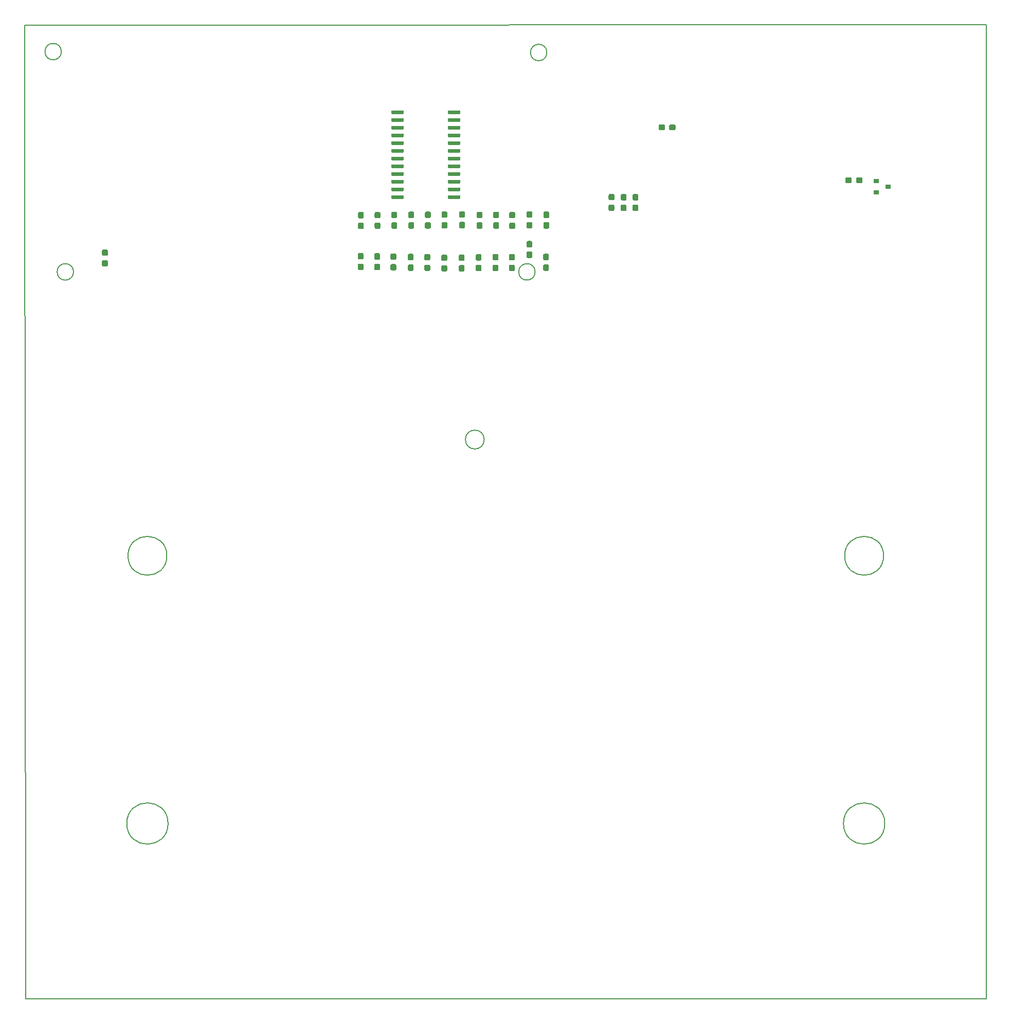
<source format=gtp>
G04 #@! TF.GenerationSoftware,KiCad,Pcbnew,(5.1.5)-3*
G04 #@! TF.CreationDate,2020-02-20T12:19:50+01:00*
G04 #@! TF.ProjectId,carecasetester,63617265-6361-4736-9574-65737465722e,rev?*
G04 #@! TF.SameCoordinates,Original*
G04 #@! TF.FileFunction,Paste,Top*
G04 #@! TF.FilePolarity,Positive*
%FSLAX46Y46*%
G04 Gerber Fmt 4.6, Leading zero omitted, Abs format (unit mm)*
G04 Created by KiCad (PCBNEW (5.1.5)-3) date 2020-02-20 12:19:50*
%MOMM*%
%LPD*%
G04 APERTURE LIST*
%ADD10C,0.200000*%
%ADD11C,0.150000*%
%ADD12R,0.900000X0.800000*%
G04 APERTURE END LIST*
D10*
X77000000Y-20080000D02*
X77000000Y-10080000D01*
X235330000Y-10030000D02*
X235330000Y-20030000D01*
X83040924Y-14450000D02*
G75*
G03X83040924Y-14450000I-1352821J0D01*
G01*
X162982821Y-14600000D02*
G75*
G03X162982821Y-14600000I-1352821J0D01*
G01*
X161040924Y-50710000D02*
G75*
G03X161040924Y-50710000I-1352821J0D01*
G01*
X85040924Y-50710000D02*
G75*
G03X85040924Y-50710000I-1352821J0D01*
G01*
X77000000Y-20080000D02*
X77150000Y-170400000D01*
X235330000Y-10030000D02*
X77000000Y-10080000D01*
X235290000Y-170410000D02*
X235330000Y-20030000D01*
X77150000Y-170400000D02*
X235290000Y-170410000D01*
X152660000Y-78311679D02*
G75*
G03X152660000Y-78311679I-1550000J0D01*
G01*
X100610000Y-141520000D02*
G75*
G03X100610000Y-141520000I-3400000J0D01*
G01*
X218610000Y-141520000D02*
G75*
G03X218610000Y-141520000I-3400000J0D01*
G01*
X218410000Y-97450000D02*
G75*
G03X218410000Y-97450000I-3200000J0D01*
G01*
X100410000Y-97450000D02*
G75*
G03X100410000Y-97450000I-3200000J0D01*
G01*
D11*
G36*
X139259703Y-38085722D02*
G01*
X139274264Y-38087882D01*
X139288543Y-38091459D01*
X139302403Y-38096418D01*
X139315710Y-38102712D01*
X139328336Y-38110280D01*
X139340159Y-38119048D01*
X139351066Y-38128934D01*
X139360952Y-38139841D01*
X139369720Y-38151664D01*
X139377288Y-38164290D01*
X139383582Y-38177597D01*
X139388541Y-38191457D01*
X139392118Y-38205736D01*
X139394278Y-38220297D01*
X139395000Y-38235000D01*
X139395000Y-38535000D01*
X139394278Y-38549703D01*
X139392118Y-38564264D01*
X139388541Y-38578543D01*
X139383582Y-38592403D01*
X139377288Y-38605710D01*
X139369720Y-38618336D01*
X139360952Y-38630159D01*
X139351066Y-38641066D01*
X139340159Y-38650952D01*
X139328336Y-38659720D01*
X139315710Y-38667288D01*
X139302403Y-38673582D01*
X139288543Y-38678541D01*
X139274264Y-38682118D01*
X139259703Y-38684278D01*
X139245000Y-38685000D01*
X137495000Y-38685000D01*
X137480297Y-38684278D01*
X137465736Y-38682118D01*
X137451457Y-38678541D01*
X137437597Y-38673582D01*
X137424290Y-38667288D01*
X137411664Y-38659720D01*
X137399841Y-38650952D01*
X137388934Y-38641066D01*
X137379048Y-38630159D01*
X137370280Y-38618336D01*
X137362712Y-38605710D01*
X137356418Y-38592403D01*
X137351459Y-38578543D01*
X137347882Y-38564264D01*
X137345722Y-38549703D01*
X137345000Y-38535000D01*
X137345000Y-38235000D01*
X137345722Y-38220297D01*
X137347882Y-38205736D01*
X137351459Y-38191457D01*
X137356418Y-38177597D01*
X137362712Y-38164290D01*
X137370280Y-38151664D01*
X137379048Y-38139841D01*
X137388934Y-38128934D01*
X137399841Y-38119048D01*
X137411664Y-38110280D01*
X137424290Y-38102712D01*
X137437597Y-38096418D01*
X137451457Y-38091459D01*
X137465736Y-38087882D01*
X137480297Y-38085722D01*
X137495000Y-38085000D01*
X139245000Y-38085000D01*
X139259703Y-38085722D01*
G37*
G36*
X139259703Y-36815722D02*
G01*
X139274264Y-36817882D01*
X139288543Y-36821459D01*
X139302403Y-36826418D01*
X139315710Y-36832712D01*
X139328336Y-36840280D01*
X139340159Y-36849048D01*
X139351066Y-36858934D01*
X139360952Y-36869841D01*
X139369720Y-36881664D01*
X139377288Y-36894290D01*
X139383582Y-36907597D01*
X139388541Y-36921457D01*
X139392118Y-36935736D01*
X139394278Y-36950297D01*
X139395000Y-36965000D01*
X139395000Y-37265000D01*
X139394278Y-37279703D01*
X139392118Y-37294264D01*
X139388541Y-37308543D01*
X139383582Y-37322403D01*
X139377288Y-37335710D01*
X139369720Y-37348336D01*
X139360952Y-37360159D01*
X139351066Y-37371066D01*
X139340159Y-37380952D01*
X139328336Y-37389720D01*
X139315710Y-37397288D01*
X139302403Y-37403582D01*
X139288543Y-37408541D01*
X139274264Y-37412118D01*
X139259703Y-37414278D01*
X139245000Y-37415000D01*
X137495000Y-37415000D01*
X137480297Y-37414278D01*
X137465736Y-37412118D01*
X137451457Y-37408541D01*
X137437597Y-37403582D01*
X137424290Y-37397288D01*
X137411664Y-37389720D01*
X137399841Y-37380952D01*
X137388934Y-37371066D01*
X137379048Y-37360159D01*
X137370280Y-37348336D01*
X137362712Y-37335710D01*
X137356418Y-37322403D01*
X137351459Y-37308543D01*
X137347882Y-37294264D01*
X137345722Y-37279703D01*
X137345000Y-37265000D01*
X137345000Y-36965000D01*
X137345722Y-36950297D01*
X137347882Y-36935736D01*
X137351459Y-36921457D01*
X137356418Y-36907597D01*
X137362712Y-36894290D01*
X137370280Y-36881664D01*
X137379048Y-36869841D01*
X137388934Y-36858934D01*
X137399841Y-36849048D01*
X137411664Y-36840280D01*
X137424290Y-36832712D01*
X137437597Y-36826418D01*
X137451457Y-36821459D01*
X137465736Y-36817882D01*
X137480297Y-36815722D01*
X137495000Y-36815000D01*
X139245000Y-36815000D01*
X139259703Y-36815722D01*
G37*
G36*
X139259703Y-35545722D02*
G01*
X139274264Y-35547882D01*
X139288543Y-35551459D01*
X139302403Y-35556418D01*
X139315710Y-35562712D01*
X139328336Y-35570280D01*
X139340159Y-35579048D01*
X139351066Y-35588934D01*
X139360952Y-35599841D01*
X139369720Y-35611664D01*
X139377288Y-35624290D01*
X139383582Y-35637597D01*
X139388541Y-35651457D01*
X139392118Y-35665736D01*
X139394278Y-35680297D01*
X139395000Y-35695000D01*
X139395000Y-35995000D01*
X139394278Y-36009703D01*
X139392118Y-36024264D01*
X139388541Y-36038543D01*
X139383582Y-36052403D01*
X139377288Y-36065710D01*
X139369720Y-36078336D01*
X139360952Y-36090159D01*
X139351066Y-36101066D01*
X139340159Y-36110952D01*
X139328336Y-36119720D01*
X139315710Y-36127288D01*
X139302403Y-36133582D01*
X139288543Y-36138541D01*
X139274264Y-36142118D01*
X139259703Y-36144278D01*
X139245000Y-36145000D01*
X137495000Y-36145000D01*
X137480297Y-36144278D01*
X137465736Y-36142118D01*
X137451457Y-36138541D01*
X137437597Y-36133582D01*
X137424290Y-36127288D01*
X137411664Y-36119720D01*
X137399841Y-36110952D01*
X137388934Y-36101066D01*
X137379048Y-36090159D01*
X137370280Y-36078336D01*
X137362712Y-36065710D01*
X137356418Y-36052403D01*
X137351459Y-36038543D01*
X137347882Y-36024264D01*
X137345722Y-36009703D01*
X137345000Y-35995000D01*
X137345000Y-35695000D01*
X137345722Y-35680297D01*
X137347882Y-35665736D01*
X137351459Y-35651457D01*
X137356418Y-35637597D01*
X137362712Y-35624290D01*
X137370280Y-35611664D01*
X137379048Y-35599841D01*
X137388934Y-35588934D01*
X137399841Y-35579048D01*
X137411664Y-35570280D01*
X137424290Y-35562712D01*
X137437597Y-35556418D01*
X137451457Y-35551459D01*
X137465736Y-35547882D01*
X137480297Y-35545722D01*
X137495000Y-35545000D01*
X139245000Y-35545000D01*
X139259703Y-35545722D01*
G37*
G36*
X139259703Y-34275722D02*
G01*
X139274264Y-34277882D01*
X139288543Y-34281459D01*
X139302403Y-34286418D01*
X139315710Y-34292712D01*
X139328336Y-34300280D01*
X139340159Y-34309048D01*
X139351066Y-34318934D01*
X139360952Y-34329841D01*
X139369720Y-34341664D01*
X139377288Y-34354290D01*
X139383582Y-34367597D01*
X139388541Y-34381457D01*
X139392118Y-34395736D01*
X139394278Y-34410297D01*
X139395000Y-34425000D01*
X139395000Y-34725000D01*
X139394278Y-34739703D01*
X139392118Y-34754264D01*
X139388541Y-34768543D01*
X139383582Y-34782403D01*
X139377288Y-34795710D01*
X139369720Y-34808336D01*
X139360952Y-34820159D01*
X139351066Y-34831066D01*
X139340159Y-34840952D01*
X139328336Y-34849720D01*
X139315710Y-34857288D01*
X139302403Y-34863582D01*
X139288543Y-34868541D01*
X139274264Y-34872118D01*
X139259703Y-34874278D01*
X139245000Y-34875000D01*
X137495000Y-34875000D01*
X137480297Y-34874278D01*
X137465736Y-34872118D01*
X137451457Y-34868541D01*
X137437597Y-34863582D01*
X137424290Y-34857288D01*
X137411664Y-34849720D01*
X137399841Y-34840952D01*
X137388934Y-34831066D01*
X137379048Y-34820159D01*
X137370280Y-34808336D01*
X137362712Y-34795710D01*
X137356418Y-34782403D01*
X137351459Y-34768543D01*
X137347882Y-34754264D01*
X137345722Y-34739703D01*
X137345000Y-34725000D01*
X137345000Y-34425000D01*
X137345722Y-34410297D01*
X137347882Y-34395736D01*
X137351459Y-34381457D01*
X137356418Y-34367597D01*
X137362712Y-34354290D01*
X137370280Y-34341664D01*
X137379048Y-34329841D01*
X137388934Y-34318934D01*
X137399841Y-34309048D01*
X137411664Y-34300280D01*
X137424290Y-34292712D01*
X137437597Y-34286418D01*
X137451457Y-34281459D01*
X137465736Y-34277882D01*
X137480297Y-34275722D01*
X137495000Y-34275000D01*
X139245000Y-34275000D01*
X139259703Y-34275722D01*
G37*
G36*
X139259703Y-33005722D02*
G01*
X139274264Y-33007882D01*
X139288543Y-33011459D01*
X139302403Y-33016418D01*
X139315710Y-33022712D01*
X139328336Y-33030280D01*
X139340159Y-33039048D01*
X139351066Y-33048934D01*
X139360952Y-33059841D01*
X139369720Y-33071664D01*
X139377288Y-33084290D01*
X139383582Y-33097597D01*
X139388541Y-33111457D01*
X139392118Y-33125736D01*
X139394278Y-33140297D01*
X139395000Y-33155000D01*
X139395000Y-33455000D01*
X139394278Y-33469703D01*
X139392118Y-33484264D01*
X139388541Y-33498543D01*
X139383582Y-33512403D01*
X139377288Y-33525710D01*
X139369720Y-33538336D01*
X139360952Y-33550159D01*
X139351066Y-33561066D01*
X139340159Y-33570952D01*
X139328336Y-33579720D01*
X139315710Y-33587288D01*
X139302403Y-33593582D01*
X139288543Y-33598541D01*
X139274264Y-33602118D01*
X139259703Y-33604278D01*
X139245000Y-33605000D01*
X137495000Y-33605000D01*
X137480297Y-33604278D01*
X137465736Y-33602118D01*
X137451457Y-33598541D01*
X137437597Y-33593582D01*
X137424290Y-33587288D01*
X137411664Y-33579720D01*
X137399841Y-33570952D01*
X137388934Y-33561066D01*
X137379048Y-33550159D01*
X137370280Y-33538336D01*
X137362712Y-33525710D01*
X137356418Y-33512403D01*
X137351459Y-33498543D01*
X137347882Y-33484264D01*
X137345722Y-33469703D01*
X137345000Y-33455000D01*
X137345000Y-33155000D01*
X137345722Y-33140297D01*
X137347882Y-33125736D01*
X137351459Y-33111457D01*
X137356418Y-33097597D01*
X137362712Y-33084290D01*
X137370280Y-33071664D01*
X137379048Y-33059841D01*
X137388934Y-33048934D01*
X137399841Y-33039048D01*
X137411664Y-33030280D01*
X137424290Y-33022712D01*
X137437597Y-33016418D01*
X137451457Y-33011459D01*
X137465736Y-33007882D01*
X137480297Y-33005722D01*
X137495000Y-33005000D01*
X139245000Y-33005000D01*
X139259703Y-33005722D01*
G37*
G36*
X139259703Y-31735722D02*
G01*
X139274264Y-31737882D01*
X139288543Y-31741459D01*
X139302403Y-31746418D01*
X139315710Y-31752712D01*
X139328336Y-31760280D01*
X139340159Y-31769048D01*
X139351066Y-31778934D01*
X139360952Y-31789841D01*
X139369720Y-31801664D01*
X139377288Y-31814290D01*
X139383582Y-31827597D01*
X139388541Y-31841457D01*
X139392118Y-31855736D01*
X139394278Y-31870297D01*
X139395000Y-31885000D01*
X139395000Y-32185000D01*
X139394278Y-32199703D01*
X139392118Y-32214264D01*
X139388541Y-32228543D01*
X139383582Y-32242403D01*
X139377288Y-32255710D01*
X139369720Y-32268336D01*
X139360952Y-32280159D01*
X139351066Y-32291066D01*
X139340159Y-32300952D01*
X139328336Y-32309720D01*
X139315710Y-32317288D01*
X139302403Y-32323582D01*
X139288543Y-32328541D01*
X139274264Y-32332118D01*
X139259703Y-32334278D01*
X139245000Y-32335000D01*
X137495000Y-32335000D01*
X137480297Y-32334278D01*
X137465736Y-32332118D01*
X137451457Y-32328541D01*
X137437597Y-32323582D01*
X137424290Y-32317288D01*
X137411664Y-32309720D01*
X137399841Y-32300952D01*
X137388934Y-32291066D01*
X137379048Y-32280159D01*
X137370280Y-32268336D01*
X137362712Y-32255710D01*
X137356418Y-32242403D01*
X137351459Y-32228543D01*
X137347882Y-32214264D01*
X137345722Y-32199703D01*
X137345000Y-32185000D01*
X137345000Y-31885000D01*
X137345722Y-31870297D01*
X137347882Y-31855736D01*
X137351459Y-31841457D01*
X137356418Y-31827597D01*
X137362712Y-31814290D01*
X137370280Y-31801664D01*
X137379048Y-31789841D01*
X137388934Y-31778934D01*
X137399841Y-31769048D01*
X137411664Y-31760280D01*
X137424290Y-31752712D01*
X137437597Y-31746418D01*
X137451457Y-31741459D01*
X137465736Y-31737882D01*
X137480297Y-31735722D01*
X137495000Y-31735000D01*
X139245000Y-31735000D01*
X139259703Y-31735722D01*
G37*
G36*
X139259703Y-30465722D02*
G01*
X139274264Y-30467882D01*
X139288543Y-30471459D01*
X139302403Y-30476418D01*
X139315710Y-30482712D01*
X139328336Y-30490280D01*
X139340159Y-30499048D01*
X139351066Y-30508934D01*
X139360952Y-30519841D01*
X139369720Y-30531664D01*
X139377288Y-30544290D01*
X139383582Y-30557597D01*
X139388541Y-30571457D01*
X139392118Y-30585736D01*
X139394278Y-30600297D01*
X139395000Y-30615000D01*
X139395000Y-30915000D01*
X139394278Y-30929703D01*
X139392118Y-30944264D01*
X139388541Y-30958543D01*
X139383582Y-30972403D01*
X139377288Y-30985710D01*
X139369720Y-30998336D01*
X139360952Y-31010159D01*
X139351066Y-31021066D01*
X139340159Y-31030952D01*
X139328336Y-31039720D01*
X139315710Y-31047288D01*
X139302403Y-31053582D01*
X139288543Y-31058541D01*
X139274264Y-31062118D01*
X139259703Y-31064278D01*
X139245000Y-31065000D01*
X137495000Y-31065000D01*
X137480297Y-31064278D01*
X137465736Y-31062118D01*
X137451457Y-31058541D01*
X137437597Y-31053582D01*
X137424290Y-31047288D01*
X137411664Y-31039720D01*
X137399841Y-31030952D01*
X137388934Y-31021066D01*
X137379048Y-31010159D01*
X137370280Y-30998336D01*
X137362712Y-30985710D01*
X137356418Y-30972403D01*
X137351459Y-30958543D01*
X137347882Y-30944264D01*
X137345722Y-30929703D01*
X137345000Y-30915000D01*
X137345000Y-30615000D01*
X137345722Y-30600297D01*
X137347882Y-30585736D01*
X137351459Y-30571457D01*
X137356418Y-30557597D01*
X137362712Y-30544290D01*
X137370280Y-30531664D01*
X137379048Y-30519841D01*
X137388934Y-30508934D01*
X137399841Y-30499048D01*
X137411664Y-30490280D01*
X137424290Y-30482712D01*
X137437597Y-30476418D01*
X137451457Y-30471459D01*
X137465736Y-30467882D01*
X137480297Y-30465722D01*
X137495000Y-30465000D01*
X139245000Y-30465000D01*
X139259703Y-30465722D01*
G37*
G36*
X139259703Y-29195722D02*
G01*
X139274264Y-29197882D01*
X139288543Y-29201459D01*
X139302403Y-29206418D01*
X139315710Y-29212712D01*
X139328336Y-29220280D01*
X139340159Y-29229048D01*
X139351066Y-29238934D01*
X139360952Y-29249841D01*
X139369720Y-29261664D01*
X139377288Y-29274290D01*
X139383582Y-29287597D01*
X139388541Y-29301457D01*
X139392118Y-29315736D01*
X139394278Y-29330297D01*
X139395000Y-29345000D01*
X139395000Y-29645000D01*
X139394278Y-29659703D01*
X139392118Y-29674264D01*
X139388541Y-29688543D01*
X139383582Y-29702403D01*
X139377288Y-29715710D01*
X139369720Y-29728336D01*
X139360952Y-29740159D01*
X139351066Y-29751066D01*
X139340159Y-29760952D01*
X139328336Y-29769720D01*
X139315710Y-29777288D01*
X139302403Y-29783582D01*
X139288543Y-29788541D01*
X139274264Y-29792118D01*
X139259703Y-29794278D01*
X139245000Y-29795000D01*
X137495000Y-29795000D01*
X137480297Y-29794278D01*
X137465736Y-29792118D01*
X137451457Y-29788541D01*
X137437597Y-29783582D01*
X137424290Y-29777288D01*
X137411664Y-29769720D01*
X137399841Y-29760952D01*
X137388934Y-29751066D01*
X137379048Y-29740159D01*
X137370280Y-29728336D01*
X137362712Y-29715710D01*
X137356418Y-29702403D01*
X137351459Y-29688543D01*
X137347882Y-29674264D01*
X137345722Y-29659703D01*
X137345000Y-29645000D01*
X137345000Y-29345000D01*
X137345722Y-29330297D01*
X137347882Y-29315736D01*
X137351459Y-29301457D01*
X137356418Y-29287597D01*
X137362712Y-29274290D01*
X137370280Y-29261664D01*
X137379048Y-29249841D01*
X137388934Y-29238934D01*
X137399841Y-29229048D01*
X137411664Y-29220280D01*
X137424290Y-29212712D01*
X137437597Y-29206418D01*
X137451457Y-29201459D01*
X137465736Y-29197882D01*
X137480297Y-29195722D01*
X137495000Y-29195000D01*
X139245000Y-29195000D01*
X139259703Y-29195722D01*
G37*
G36*
X139259703Y-27925722D02*
G01*
X139274264Y-27927882D01*
X139288543Y-27931459D01*
X139302403Y-27936418D01*
X139315710Y-27942712D01*
X139328336Y-27950280D01*
X139340159Y-27959048D01*
X139351066Y-27968934D01*
X139360952Y-27979841D01*
X139369720Y-27991664D01*
X139377288Y-28004290D01*
X139383582Y-28017597D01*
X139388541Y-28031457D01*
X139392118Y-28045736D01*
X139394278Y-28060297D01*
X139395000Y-28075000D01*
X139395000Y-28375000D01*
X139394278Y-28389703D01*
X139392118Y-28404264D01*
X139388541Y-28418543D01*
X139383582Y-28432403D01*
X139377288Y-28445710D01*
X139369720Y-28458336D01*
X139360952Y-28470159D01*
X139351066Y-28481066D01*
X139340159Y-28490952D01*
X139328336Y-28499720D01*
X139315710Y-28507288D01*
X139302403Y-28513582D01*
X139288543Y-28518541D01*
X139274264Y-28522118D01*
X139259703Y-28524278D01*
X139245000Y-28525000D01*
X137495000Y-28525000D01*
X137480297Y-28524278D01*
X137465736Y-28522118D01*
X137451457Y-28518541D01*
X137437597Y-28513582D01*
X137424290Y-28507288D01*
X137411664Y-28499720D01*
X137399841Y-28490952D01*
X137388934Y-28481066D01*
X137379048Y-28470159D01*
X137370280Y-28458336D01*
X137362712Y-28445710D01*
X137356418Y-28432403D01*
X137351459Y-28418543D01*
X137347882Y-28404264D01*
X137345722Y-28389703D01*
X137345000Y-28375000D01*
X137345000Y-28075000D01*
X137345722Y-28060297D01*
X137347882Y-28045736D01*
X137351459Y-28031457D01*
X137356418Y-28017597D01*
X137362712Y-28004290D01*
X137370280Y-27991664D01*
X137379048Y-27979841D01*
X137388934Y-27968934D01*
X137399841Y-27959048D01*
X137411664Y-27950280D01*
X137424290Y-27942712D01*
X137437597Y-27936418D01*
X137451457Y-27931459D01*
X137465736Y-27927882D01*
X137480297Y-27925722D01*
X137495000Y-27925000D01*
X139245000Y-27925000D01*
X139259703Y-27925722D01*
G37*
G36*
X139259703Y-26655722D02*
G01*
X139274264Y-26657882D01*
X139288543Y-26661459D01*
X139302403Y-26666418D01*
X139315710Y-26672712D01*
X139328336Y-26680280D01*
X139340159Y-26689048D01*
X139351066Y-26698934D01*
X139360952Y-26709841D01*
X139369720Y-26721664D01*
X139377288Y-26734290D01*
X139383582Y-26747597D01*
X139388541Y-26761457D01*
X139392118Y-26775736D01*
X139394278Y-26790297D01*
X139395000Y-26805000D01*
X139395000Y-27105000D01*
X139394278Y-27119703D01*
X139392118Y-27134264D01*
X139388541Y-27148543D01*
X139383582Y-27162403D01*
X139377288Y-27175710D01*
X139369720Y-27188336D01*
X139360952Y-27200159D01*
X139351066Y-27211066D01*
X139340159Y-27220952D01*
X139328336Y-27229720D01*
X139315710Y-27237288D01*
X139302403Y-27243582D01*
X139288543Y-27248541D01*
X139274264Y-27252118D01*
X139259703Y-27254278D01*
X139245000Y-27255000D01*
X137495000Y-27255000D01*
X137480297Y-27254278D01*
X137465736Y-27252118D01*
X137451457Y-27248541D01*
X137437597Y-27243582D01*
X137424290Y-27237288D01*
X137411664Y-27229720D01*
X137399841Y-27220952D01*
X137388934Y-27211066D01*
X137379048Y-27200159D01*
X137370280Y-27188336D01*
X137362712Y-27175710D01*
X137356418Y-27162403D01*
X137351459Y-27148543D01*
X137347882Y-27134264D01*
X137345722Y-27119703D01*
X137345000Y-27105000D01*
X137345000Y-26805000D01*
X137345722Y-26790297D01*
X137347882Y-26775736D01*
X137351459Y-26761457D01*
X137356418Y-26747597D01*
X137362712Y-26734290D01*
X137370280Y-26721664D01*
X137379048Y-26709841D01*
X137388934Y-26698934D01*
X137399841Y-26689048D01*
X137411664Y-26680280D01*
X137424290Y-26672712D01*
X137437597Y-26666418D01*
X137451457Y-26661459D01*
X137465736Y-26657882D01*
X137480297Y-26655722D01*
X137495000Y-26655000D01*
X139245000Y-26655000D01*
X139259703Y-26655722D01*
G37*
G36*
X139259703Y-25385722D02*
G01*
X139274264Y-25387882D01*
X139288543Y-25391459D01*
X139302403Y-25396418D01*
X139315710Y-25402712D01*
X139328336Y-25410280D01*
X139340159Y-25419048D01*
X139351066Y-25428934D01*
X139360952Y-25439841D01*
X139369720Y-25451664D01*
X139377288Y-25464290D01*
X139383582Y-25477597D01*
X139388541Y-25491457D01*
X139392118Y-25505736D01*
X139394278Y-25520297D01*
X139395000Y-25535000D01*
X139395000Y-25835000D01*
X139394278Y-25849703D01*
X139392118Y-25864264D01*
X139388541Y-25878543D01*
X139383582Y-25892403D01*
X139377288Y-25905710D01*
X139369720Y-25918336D01*
X139360952Y-25930159D01*
X139351066Y-25941066D01*
X139340159Y-25950952D01*
X139328336Y-25959720D01*
X139315710Y-25967288D01*
X139302403Y-25973582D01*
X139288543Y-25978541D01*
X139274264Y-25982118D01*
X139259703Y-25984278D01*
X139245000Y-25985000D01*
X137495000Y-25985000D01*
X137480297Y-25984278D01*
X137465736Y-25982118D01*
X137451457Y-25978541D01*
X137437597Y-25973582D01*
X137424290Y-25967288D01*
X137411664Y-25959720D01*
X137399841Y-25950952D01*
X137388934Y-25941066D01*
X137379048Y-25930159D01*
X137370280Y-25918336D01*
X137362712Y-25905710D01*
X137356418Y-25892403D01*
X137351459Y-25878543D01*
X137347882Y-25864264D01*
X137345722Y-25849703D01*
X137345000Y-25835000D01*
X137345000Y-25535000D01*
X137345722Y-25520297D01*
X137347882Y-25505736D01*
X137351459Y-25491457D01*
X137356418Y-25477597D01*
X137362712Y-25464290D01*
X137370280Y-25451664D01*
X137379048Y-25439841D01*
X137388934Y-25428934D01*
X137399841Y-25419048D01*
X137411664Y-25410280D01*
X137424290Y-25402712D01*
X137437597Y-25396418D01*
X137451457Y-25391459D01*
X137465736Y-25387882D01*
X137480297Y-25385722D01*
X137495000Y-25385000D01*
X139245000Y-25385000D01*
X139259703Y-25385722D01*
G37*
G36*
X139259703Y-24115722D02*
G01*
X139274264Y-24117882D01*
X139288543Y-24121459D01*
X139302403Y-24126418D01*
X139315710Y-24132712D01*
X139328336Y-24140280D01*
X139340159Y-24149048D01*
X139351066Y-24158934D01*
X139360952Y-24169841D01*
X139369720Y-24181664D01*
X139377288Y-24194290D01*
X139383582Y-24207597D01*
X139388541Y-24221457D01*
X139392118Y-24235736D01*
X139394278Y-24250297D01*
X139395000Y-24265000D01*
X139395000Y-24565000D01*
X139394278Y-24579703D01*
X139392118Y-24594264D01*
X139388541Y-24608543D01*
X139383582Y-24622403D01*
X139377288Y-24635710D01*
X139369720Y-24648336D01*
X139360952Y-24660159D01*
X139351066Y-24671066D01*
X139340159Y-24680952D01*
X139328336Y-24689720D01*
X139315710Y-24697288D01*
X139302403Y-24703582D01*
X139288543Y-24708541D01*
X139274264Y-24712118D01*
X139259703Y-24714278D01*
X139245000Y-24715000D01*
X137495000Y-24715000D01*
X137480297Y-24714278D01*
X137465736Y-24712118D01*
X137451457Y-24708541D01*
X137437597Y-24703582D01*
X137424290Y-24697288D01*
X137411664Y-24689720D01*
X137399841Y-24680952D01*
X137388934Y-24671066D01*
X137379048Y-24660159D01*
X137370280Y-24648336D01*
X137362712Y-24635710D01*
X137356418Y-24622403D01*
X137351459Y-24608543D01*
X137347882Y-24594264D01*
X137345722Y-24579703D01*
X137345000Y-24565000D01*
X137345000Y-24265000D01*
X137345722Y-24250297D01*
X137347882Y-24235736D01*
X137351459Y-24221457D01*
X137356418Y-24207597D01*
X137362712Y-24194290D01*
X137370280Y-24181664D01*
X137379048Y-24169841D01*
X137388934Y-24158934D01*
X137399841Y-24149048D01*
X137411664Y-24140280D01*
X137424290Y-24132712D01*
X137437597Y-24126418D01*
X137451457Y-24121459D01*
X137465736Y-24117882D01*
X137480297Y-24115722D01*
X137495000Y-24115000D01*
X139245000Y-24115000D01*
X139259703Y-24115722D01*
G37*
G36*
X148559703Y-24115722D02*
G01*
X148574264Y-24117882D01*
X148588543Y-24121459D01*
X148602403Y-24126418D01*
X148615710Y-24132712D01*
X148628336Y-24140280D01*
X148640159Y-24149048D01*
X148651066Y-24158934D01*
X148660952Y-24169841D01*
X148669720Y-24181664D01*
X148677288Y-24194290D01*
X148683582Y-24207597D01*
X148688541Y-24221457D01*
X148692118Y-24235736D01*
X148694278Y-24250297D01*
X148695000Y-24265000D01*
X148695000Y-24565000D01*
X148694278Y-24579703D01*
X148692118Y-24594264D01*
X148688541Y-24608543D01*
X148683582Y-24622403D01*
X148677288Y-24635710D01*
X148669720Y-24648336D01*
X148660952Y-24660159D01*
X148651066Y-24671066D01*
X148640159Y-24680952D01*
X148628336Y-24689720D01*
X148615710Y-24697288D01*
X148602403Y-24703582D01*
X148588543Y-24708541D01*
X148574264Y-24712118D01*
X148559703Y-24714278D01*
X148545000Y-24715000D01*
X146795000Y-24715000D01*
X146780297Y-24714278D01*
X146765736Y-24712118D01*
X146751457Y-24708541D01*
X146737597Y-24703582D01*
X146724290Y-24697288D01*
X146711664Y-24689720D01*
X146699841Y-24680952D01*
X146688934Y-24671066D01*
X146679048Y-24660159D01*
X146670280Y-24648336D01*
X146662712Y-24635710D01*
X146656418Y-24622403D01*
X146651459Y-24608543D01*
X146647882Y-24594264D01*
X146645722Y-24579703D01*
X146645000Y-24565000D01*
X146645000Y-24265000D01*
X146645722Y-24250297D01*
X146647882Y-24235736D01*
X146651459Y-24221457D01*
X146656418Y-24207597D01*
X146662712Y-24194290D01*
X146670280Y-24181664D01*
X146679048Y-24169841D01*
X146688934Y-24158934D01*
X146699841Y-24149048D01*
X146711664Y-24140280D01*
X146724290Y-24132712D01*
X146737597Y-24126418D01*
X146751457Y-24121459D01*
X146765736Y-24117882D01*
X146780297Y-24115722D01*
X146795000Y-24115000D01*
X148545000Y-24115000D01*
X148559703Y-24115722D01*
G37*
G36*
X148559703Y-25385722D02*
G01*
X148574264Y-25387882D01*
X148588543Y-25391459D01*
X148602403Y-25396418D01*
X148615710Y-25402712D01*
X148628336Y-25410280D01*
X148640159Y-25419048D01*
X148651066Y-25428934D01*
X148660952Y-25439841D01*
X148669720Y-25451664D01*
X148677288Y-25464290D01*
X148683582Y-25477597D01*
X148688541Y-25491457D01*
X148692118Y-25505736D01*
X148694278Y-25520297D01*
X148695000Y-25535000D01*
X148695000Y-25835000D01*
X148694278Y-25849703D01*
X148692118Y-25864264D01*
X148688541Y-25878543D01*
X148683582Y-25892403D01*
X148677288Y-25905710D01*
X148669720Y-25918336D01*
X148660952Y-25930159D01*
X148651066Y-25941066D01*
X148640159Y-25950952D01*
X148628336Y-25959720D01*
X148615710Y-25967288D01*
X148602403Y-25973582D01*
X148588543Y-25978541D01*
X148574264Y-25982118D01*
X148559703Y-25984278D01*
X148545000Y-25985000D01*
X146795000Y-25985000D01*
X146780297Y-25984278D01*
X146765736Y-25982118D01*
X146751457Y-25978541D01*
X146737597Y-25973582D01*
X146724290Y-25967288D01*
X146711664Y-25959720D01*
X146699841Y-25950952D01*
X146688934Y-25941066D01*
X146679048Y-25930159D01*
X146670280Y-25918336D01*
X146662712Y-25905710D01*
X146656418Y-25892403D01*
X146651459Y-25878543D01*
X146647882Y-25864264D01*
X146645722Y-25849703D01*
X146645000Y-25835000D01*
X146645000Y-25535000D01*
X146645722Y-25520297D01*
X146647882Y-25505736D01*
X146651459Y-25491457D01*
X146656418Y-25477597D01*
X146662712Y-25464290D01*
X146670280Y-25451664D01*
X146679048Y-25439841D01*
X146688934Y-25428934D01*
X146699841Y-25419048D01*
X146711664Y-25410280D01*
X146724290Y-25402712D01*
X146737597Y-25396418D01*
X146751457Y-25391459D01*
X146765736Y-25387882D01*
X146780297Y-25385722D01*
X146795000Y-25385000D01*
X148545000Y-25385000D01*
X148559703Y-25385722D01*
G37*
G36*
X148559703Y-26655722D02*
G01*
X148574264Y-26657882D01*
X148588543Y-26661459D01*
X148602403Y-26666418D01*
X148615710Y-26672712D01*
X148628336Y-26680280D01*
X148640159Y-26689048D01*
X148651066Y-26698934D01*
X148660952Y-26709841D01*
X148669720Y-26721664D01*
X148677288Y-26734290D01*
X148683582Y-26747597D01*
X148688541Y-26761457D01*
X148692118Y-26775736D01*
X148694278Y-26790297D01*
X148695000Y-26805000D01*
X148695000Y-27105000D01*
X148694278Y-27119703D01*
X148692118Y-27134264D01*
X148688541Y-27148543D01*
X148683582Y-27162403D01*
X148677288Y-27175710D01*
X148669720Y-27188336D01*
X148660952Y-27200159D01*
X148651066Y-27211066D01*
X148640159Y-27220952D01*
X148628336Y-27229720D01*
X148615710Y-27237288D01*
X148602403Y-27243582D01*
X148588543Y-27248541D01*
X148574264Y-27252118D01*
X148559703Y-27254278D01*
X148545000Y-27255000D01*
X146795000Y-27255000D01*
X146780297Y-27254278D01*
X146765736Y-27252118D01*
X146751457Y-27248541D01*
X146737597Y-27243582D01*
X146724290Y-27237288D01*
X146711664Y-27229720D01*
X146699841Y-27220952D01*
X146688934Y-27211066D01*
X146679048Y-27200159D01*
X146670280Y-27188336D01*
X146662712Y-27175710D01*
X146656418Y-27162403D01*
X146651459Y-27148543D01*
X146647882Y-27134264D01*
X146645722Y-27119703D01*
X146645000Y-27105000D01*
X146645000Y-26805000D01*
X146645722Y-26790297D01*
X146647882Y-26775736D01*
X146651459Y-26761457D01*
X146656418Y-26747597D01*
X146662712Y-26734290D01*
X146670280Y-26721664D01*
X146679048Y-26709841D01*
X146688934Y-26698934D01*
X146699841Y-26689048D01*
X146711664Y-26680280D01*
X146724290Y-26672712D01*
X146737597Y-26666418D01*
X146751457Y-26661459D01*
X146765736Y-26657882D01*
X146780297Y-26655722D01*
X146795000Y-26655000D01*
X148545000Y-26655000D01*
X148559703Y-26655722D01*
G37*
G36*
X148559703Y-27925722D02*
G01*
X148574264Y-27927882D01*
X148588543Y-27931459D01*
X148602403Y-27936418D01*
X148615710Y-27942712D01*
X148628336Y-27950280D01*
X148640159Y-27959048D01*
X148651066Y-27968934D01*
X148660952Y-27979841D01*
X148669720Y-27991664D01*
X148677288Y-28004290D01*
X148683582Y-28017597D01*
X148688541Y-28031457D01*
X148692118Y-28045736D01*
X148694278Y-28060297D01*
X148695000Y-28075000D01*
X148695000Y-28375000D01*
X148694278Y-28389703D01*
X148692118Y-28404264D01*
X148688541Y-28418543D01*
X148683582Y-28432403D01*
X148677288Y-28445710D01*
X148669720Y-28458336D01*
X148660952Y-28470159D01*
X148651066Y-28481066D01*
X148640159Y-28490952D01*
X148628336Y-28499720D01*
X148615710Y-28507288D01*
X148602403Y-28513582D01*
X148588543Y-28518541D01*
X148574264Y-28522118D01*
X148559703Y-28524278D01*
X148545000Y-28525000D01*
X146795000Y-28525000D01*
X146780297Y-28524278D01*
X146765736Y-28522118D01*
X146751457Y-28518541D01*
X146737597Y-28513582D01*
X146724290Y-28507288D01*
X146711664Y-28499720D01*
X146699841Y-28490952D01*
X146688934Y-28481066D01*
X146679048Y-28470159D01*
X146670280Y-28458336D01*
X146662712Y-28445710D01*
X146656418Y-28432403D01*
X146651459Y-28418543D01*
X146647882Y-28404264D01*
X146645722Y-28389703D01*
X146645000Y-28375000D01*
X146645000Y-28075000D01*
X146645722Y-28060297D01*
X146647882Y-28045736D01*
X146651459Y-28031457D01*
X146656418Y-28017597D01*
X146662712Y-28004290D01*
X146670280Y-27991664D01*
X146679048Y-27979841D01*
X146688934Y-27968934D01*
X146699841Y-27959048D01*
X146711664Y-27950280D01*
X146724290Y-27942712D01*
X146737597Y-27936418D01*
X146751457Y-27931459D01*
X146765736Y-27927882D01*
X146780297Y-27925722D01*
X146795000Y-27925000D01*
X148545000Y-27925000D01*
X148559703Y-27925722D01*
G37*
G36*
X148559703Y-29195722D02*
G01*
X148574264Y-29197882D01*
X148588543Y-29201459D01*
X148602403Y-29206418D01*
X148615710Y-29212712D01*
X148628336Y-29220280D01*
X148640159Y-29229048D01*
X148651066Y-29238934D01*
X148660952Y-29249841D01*
X148669720Y-29261664D01*
X148677288Y-29274290D01*
X148683582Y-29287597D01*
X148688541Y-29301457D01*
X148692118Y-29315736D01*
X148694278Y-29330297D01*
X148695000Y-29345000D01*
X148695000Y-29645000D01*
X148694278Y-29659703D01*
X148692118Y-29674264D01*
X148688541Y-29688543D01*
X148683582Y-29702403D01*
X148677288Y-29715710D01*
X148669720Y-29728336D01*
X148660952Y-29740159D01*
X148651066Y-29751066D01*
X148640159Y-29760952D01*
X148628336Y-29769720D01*
X148615710Y-29777288D01*
X148602403Y-29783582D01*
X148588543Y-29788541D01*
X148574264Y-29792118D01*
X148559703Y-29794278D01*
X148545000Y-29795000D01*
X146795000Y-29795000D01*
X146780297Y-29794278D01*
X146765736Y-29792118D01*
X146751457Y-29788541D01*
X146737597Y-29783582D01*
X146724290Y-29777288D01*
X146711664Y-29769720D01*
X146699841Y-29760952D01*
X146688934Y-29751066D01*
X146679048Y-29740159D01*
X146670280Y-29728336D01*
X146662712Y-29715710D01*
X146656418Y-29702403D01*
X146651459Y-29688543D01*
X146647882Y-29674264D01*
X146645722Y-29659703D01*
X146645000Y-29645000D01*
X146645000Y-29345000D01*
X146645722Y-29330297D01*
X146647882Y-29315736D01*
X146651459Y-29301457D01*
X146656418Y-29287597D01*
X146662712Y-29274290D01*
X146670280Y-29261664D01*
X146679048Y-29249841D01*
X146688934Y-29238934D01*
X146699841Y-29229048D01*
X146711664Y-29220280D01*
X146724290Y-29212712D01*
X146737597Y-29206418D01*
X146751457Y-29201459D01*
X146765736Y-29197882D01*
X146780297Y-29195722D01*
X146795000Y-29195000D01*
X148545000Y-29195000D01*
X148559703Y-29195722D01*
G37*
G36*
X148559703Y-30465722D02*
G01*
X148574264Y-30467882D01*
X148588543Y-30471459D01*
X148602403Y-30476418D01*
X148615710Y-30482712D01*
X148628336Y-30490280D01*
X148640159Y-30499048D01*
X148651066Y-30508934D01*
X148660952Y-30519841D01*
X148669720Y-30531664D01*
X148677288Y-30544290D01*
X148683582Y-30557597D01*
X148688541Y-30571457D01*
X148692118Y-30585736D01*
X148694278Y-30600297D01*
X148695000Y-30615000D01*
X148695000Y-30915000D01*
X148694278Y-30929703D01*
X148692118Y-30944264D01*
X148688541Y-30958543D01*
X148683582Y-30972403D01*
X148677288Y-30985710D01*
X148669720Y-30998336D01*
X148660952Y-31010159D01*
X148651066Y-31021066D01*
X148640159Y-31030952D01*
X148628336Y-31039720D01*
X148615710Y-31047288D01*
X148602403Y-31053582D01*
X148588543Y-31058541D01*
X148574264Y-31062118D01*
X148559703Y-31064278D01*
X148545000Y-31065000D01*
X146795000Y-31065000D01*
X146780297Y-31064278D01*
X146765736Y-31062118D01*
X146751457Y-31058541D01*
X146737597Y-31053582D01*
X146724290Y-31047288D01*
X146711664Y-31039720D01*
X146699841Y-31030952D01*
X146688934Y-31021066D01*
X146679048Y-31010159D01*
X146670280Y-30998336D01*
X146662712Y-30985710D01*
X146656418Y-30972403D01*
X146651459Y-30958543D01*
X146647882Y-30944264D01*
X146645722Y-30929703D01*
X146645000Y-30915000D01*
X146645000Y-30615000D01*
X146645722Y-30600297D01*
X146647882Y-30585736D01*
X146651459Y-30571457D01*
X146656418Y-30557597D01*
X146662712Y-30544290D01*
X146670280Y-30531664D01*
X146679048Y-30519841D01*
X146688934Y-30508934D01*
X146699841Y-30499048D01*
X146711664Y-30490280D01*
X146724290Y-30482712D01*
X146737597Y-30476418D01*
X146751457Y-30471459D01*
X146765736Y-30467882D01*
X146780297Y-30465722D01*
X146795000Y-30465000D01*
X148545000Y-30465000D01*
X148559703Y-30465722D01*
G37*
G36*
X148559703Y-31735722D02*
G01*
X148574264Y-31737882D01*
X148588543Y-31741459D01*
X148602403Y-31746418D01*
X148615710Y-31752712D01*
X148628336Y-31760280D01*
X148640159Y-31769048D01*
X148651066Y-31778934D01*
X148660952Y-31789841D01*
X148669720Y-31801664D01*
X148677288Y-31814290D01*
X148683582Y-31827597D01*
X148688541Y-31841457D01*
X148692118Y-31855736D01*
X148694278Y-31870297D01*
X148695000Y-31885000D01*
X148695000Y-32185000D01*
X148694278Y-32199703D01*
X148692118Y-32214264D01*
X148688541Y-32228543D01*
X148683582Y-32242403D01*
X148677288Y-32255710D01*
X148669720Y-32268336D01*
X148660952Y-32280159D01*
X148651066Y-32291066D01*
X148640159Y-32300952D01*
X148628336Y-32309720D01*
X148615710Y-32317288D01*
X148602403Y-32323582D01*
X148588543Y-32328541D01*
X148574264Y-32332118D01*
X148559703Y-32334278D01*
X148545000Y-32335000D01*
X146795000Y-32335000D01*
X146780297Y-32334278D01*
X146765736Y-32332118D01*
X146751457Y-32328541D01*
X146737597Y-32323582D01*
X146724290Y-32317288D01*
X146711664Y-32309720D01*
X146699841Y-32300952D01*
X146688934Y-32291066D01*
X146679048Y-32280159D01*
X146670280Y-32268336D01*
X146662712Y-32255710D01*
X146656418Y-32242403D01*
X146651459Y-32228543D01*
X146647882Y-32214264D01*
X146645722Y-32199703D01*
X146645000Y-32185000D01*
X146645000Y-31885000D01*
X146645722Y-31870297D01*
X146647882Y-31855736D01*
X146651459Y-31841457D01*
X146656418Y-31827597D01*
X146662712Y-31814290D01*
X146670280Y-31801664D01*
X146679048Y-31789841D01*
X146688934Y-31778934D01*
X146699841Y-31769048D01*
X146711664Y-31760280D01*
X146724290Y-31752712D01*
X146737597Y-31746418D01*
X146751457Y-31741459D01*
X146765736Y-31737882D01*
X146780297Y-31735722D01*
X146795000Y-31735000D01*
X148545000Y-31735000D01*
X148559703Y-31735722D01*
G37*
G36*
X148559703Y-33005722D02*
G01*
X148574264Y-33007882D01*
X148588543Y-33011459D01*
X148602403Y-33016418D01*
X148615710Y-33022712D01*
X148628336Y-33030280D01*
X148640159Y-33039048D01*
X148651066Y-33048934D01*
X148660952Y-33059841D01*
X148669720Y-33071664D01*
X148677288Y-33084290D01*
X148683582Y-33097597D01*
X148688541Y-33111457D01*
X148692118Y-33125736D01*
X148694278Y-33140297D01*
X148695000Y-33155000D01*
X148695000Y-33455000D01*
X148694278Y-33469703D01*
X148692118Y-33484264D01*
X148688541Y-33498543D01*
X148683582Y-33512403D01*
X148677288Y-33525710D01*
X148669720Y-33538336D01*
X148660952Y-33550159D01*
X148651066Y-33561066D01*
X148640159Y-33570952D01*
X148628336Y-33579720D01*
X148615710Y-33587288D01*
X148602403Y-33593582D01*
X148588543Y-33598541D01*
X148574264Y-33602118D01*
X148559703Y-33604278D01*
X148545000Y-33605000D01*
X146795000Y-33605000D01*
X146780297Y-33604278D01*
X146765736Y-33602118D01*
X146751457Y-33598541D01*
X146737597Y-33593582D01*
X146724290Y-33587288D01*
X146711664Y-33579720D01*
X146699841Y-33570952D01*
X146688934Y-33561066D01*
X146679048Y-33550159D01*
X146670280Y-33538336D01*
X146662712Y-33525710D01*
X146656418Y-33512403D01*
X146651459Y-33498543D01*
X146647882Y-33484264D01*
X146645722Y-33469703D01*
X146645000Y-33455000D01*
X146645000Y-33155000D01*
X146645722Y-33140297D01*
X146647882Y-33125736D01*
X146651459Y-33111457D01*
X146656418Y-33097597D01*
X146662712Y-33084290D01*
X146670280Y-33071664D01*
X146679048Y-33059841D01*
X146688934Y-33048934D01*
X146699841Y-33039048D01*
X146711664Y-33030280D01*
X146724290Y-33022712D01*
X146737597Y-33016418D01*
X146751457Y-33011459D01*
X146765736Y-33007882D01*
X146780297Y-33005722D01*
X146795000Y-33005000D01*
X148545000Y-33005000D01*
X148559703Y-33005722D01*
G37*
G36*
X148559703Y-34275722D02*
G01*
X148574264Y-34277882D01*
X148588543Y-34281459D01*
X148602403Y-34286418D01*
X148615710Y-34292712D01*
X148628336Y-34300280D01*
X148640159Y-34309048D01*
X148651066Y-34318934D01*
X148660952Y-34329841D01*
X148669720Y-34341664D01*
X148677288Y-34354290D01*
X148683582Y-34367597D01*
X148688541Y-34381457D01*
X148692118Y-34395736D01*
X148694278Y-34410297D01*
X148695000Y-34425000D01*
X148695000Y-34725000D01*
X148694278Y-34739703D01*
X148692118Y-34754264D01*
X148688541Y-34768543D01*
X148683582Y-34782403D01*
X148677288Y-34795710D01*
X148669720Y-34808336D01*
X148660952Y-34820159D01*
X148651066Y-34831066D01*
X148640159Y-34840952D01*
X148628336Y-34849720D01*
X148615710Y-34857288D01*
X148602403Y-34863582D01*
X148588543Y-34868541D01*
X148574264Y-34872118D01*
X148559703Y-34874278D01*
X148545000Y-34875000D01*
X146795000Y-34875000D01*
X146780297Y-34874278D01*
X146765736Y-34872118D01*
X146751457Y-34868541D01*
X146737597Y-34863582D01*
X146724290Y-34857288D01*
X146711664Y-34849720D01*
X146699841Y-34840952D01*
X146688934Y-34831066D01*
X146679048Y-34820159D01*
X146670280Y-34808336D01*
X146662712Y-34795710D01*
X146656418Y-34782403D01*
X146651459Y-34768543D01*
X146647882Y-34754264D01*
X146645722Y-34739703D01*
X146645000Y-34725000D01*
X146645000Y-34425000D01*
X146645722Y-34410297D01*
X146647882Y-34395736D01*
X146651459Y-34381457D01*
X146656418Y-34367597D01*
X146662712Y-34354290D01*
X146670280Y-34341664D01*
X146679048Y-34329841D01*
X146688934Y-34318934D01*
X146699841Y-34309048D01*
X146711664Y-34300280D01*
X146724290Y-34292712D01*
X146737597Y-34286418D01*
X146751457Y-34281459D01*
X146765736Y-34277882D01*
X146780297Y-34275722D01*
X146795000Y-34275000D01*
X148545000Y-34275000D01*
X148559703Y-34275722D01*
G37*
G36*
X148559703Y-35545722D02*
G01*
X148574264Y-35547882D01*
X148588543Y-35551459D01*
X148602403Y-35556418D01*
X148615710Y-35562712D01*
X148628336Y-35570280D01*
X148640159Y-35579048D01*
X148651066Y-35588934D01*
X148660952Y-35599841D01*
X148669720Y-35611664D01*
X148677288Y-35624290D01*
X148683582Y-35637597D01*
X148688541Y-35651457D01*
X148692118Y-35665736D01*
X148694278Y-35680297D01*
X148695000Y-35695000D01*
X148695000Y-35995000D01*
X148694278Y-36009703D01*
X148692118Y-36024264D01*
X148688541Y-36038543D01*
X148683582Y-36052403D01*
X148677288Y-36065710D01*
X148669720Y-36078336D01*
X148660952Y-36090159D01*
X148651066Y-36101066D01*
X148640159Y-36110952D01*
X148628336Y-36119720D01*
X148615710Y-36127288D01*
X148602403Y-36133582D01*
X148588543Y-36138541D01*
X148574264Y-36142118D01*
X148559703Y-36144278D01*
X148545000Y-36145000D01*
X146795000Y-36145000D01*
X146780297Y-36144278D01*
X146765736Y-36142118D01*
X146751457Y-36138541D01*
X146737597Y-36133582D01*
X146724290Y-36127288D01*
X146711664Y-36119720D01*
X146699841Y-36110952D01*
X146688934Y-36101066D01*
X146679048Y-36090159D01*
X146670280Y-36078336D01*
X146662712Y-36065710D01*
X146656418Y-36052403D01*
X146651459Y-36038543D01*
X146647882Y-36024264D01*
X146645722Y-36009703D01*
X146645000Y-35995000D01*
X146645000Y-35695000D01*
X146645722Y-35680297D01*
X146647882Y-35665736D01*
X146651459Y-35651457D01*
X146656418Y-35637597D01*
X146662712Y-35624290D01*
X146670280Y-35611664D01*
X146679048Y-35599841D01*
X146688934Y-35588934D01*
X146699841Y-35579048D01*
X146711664Y-35570280D01*
X146724290Y-35562712D01*
X146737597Y-35556418D01*
X146751457Y-35551459D01*
X146765736Y-35547882D01*
X146780297Y-35545722D01*
X146795000Y-35545000D01*
X148545000Y-35545000D01*
X148559703Y-35545722D01*
G37*
G36*
X148559703Y-36815722D02*
G01*
X148574264Y-36817882D01*
X148588543Y-36821459D01*
X148602403Y-36826418D01*
X148615710Y-36832712D01*
X148628336Y-36840280D01*
X148640159Y-36849048D01*
X148651066Y-36858934D01*
X148660952Y-36869841D01*
X148669720Y-36881664D01*
X148677288Y-36894290D01*
X148683582Y-36907597D01*
X148688541Y-36921457D01*
X148692118Y-36935736D01*
X148694278Y-36950297D01*
X148695000Y-36965000D01*
X148695000Y-37265000D01*
X148694278Y-37279703D01*
X148692118Y-37294264D01*
X148688541Y-37308543D01*
X148683582Y-37322403D01*
X148677288Y-37335710D01*
X148669720Y-37348336D01*
X148660952Y-37360159D01*
X148651066Y-37371066D01*
X148640159Y-37380952D01*
X148628336Y-37389720D01*
X148615710Y-37397288D01*
X148602403Y-37403582D01*
X148588543Y-37408541D01*
X148574264Y-37412118D01*
X148559703Y-37414278D01*
X148545000Y-37415000D01*
X146795000Y-37415000D01*
X146780297Y-37414278D01*
X146765736Y-37412118D01*
X146751457Y-37408541D01*
X146737597Y-37403582D01*
X146724290Y-37397288D01*
X146711664Y-37389720D01*
X146699841Y-37380952D01*
X146688934Y-37371066D01*
X146679048Y-37360159D01*
X146670280Y-37348336D01*
X146662712Y-37335710D01*
X146656418Y-37322403D01*
X146651459Y-37308543D01*
X146647882Y-37294264D01*
X146645722Y-37279703D01*
X146645000Y-37265000D01*
X146645000Y-36965000D01*
X146645722Y-36950297D01*
X146647882Y-36935736D01*
X146651459Y-36921457D01*
X146656418Y-36907597D01*
X146662712Y-36894290D01*
X146670280Y-36881664D01*
X146679048Y-36869841D01*
X146688934Y-36858934D01*
X146699841Y-36849048D01*
X146711664Y-36840280D01*
X146724290Y-36832712D01*
X146737597Y-36826418D01*
X146751457Y-36821459D01*
X146765736Y-36817882D01*
X146780297Y-36815722D01*
X146795000Y-36815000D01*
X148545000Y-36815000D01*
X148559703Y-36815722D01*
G37*
G36*
X148559703Y-38085722D02*
G01*
X148574264Y-38087882D01*
X148588543Y-38091459D01*
X148602403Y-38096418D01*
X148615710Y-38102712D01*
X148628336Y-38110280D01*
X148640159Y-38119048D01*
X148651066Y-38128934D01*
X148660952Y-38139841D01*
X148669720Y-38151664D01*
X148677288Y-38164290D01*
X148683582Y-38177597D01*
X148688541Y-38191457D01*
X148692118Y-38205736D01*
X148694278Y-38220297D01*
X148695000Y-38235000D01*
X148695000Y-38535000D01*
X148694278Y-38549703D01*
X148692118Y-38564264D01*
X148688541Y-38578543D01*
X148683582Y-38592403D01*
X148677288Y-38605710D01*
X148669720Y-38618336D01*
X148660952Y-38630159D01*
X148651066Y-38641066D01*
X148640159Y-38650952D01*
X148628336Y-38659720D01*
X148615710Y-38667288D01*
X148602403Y-38673582D01*
X148588543Y-38678541D01*
X148574264Y-38682118D01*
X148559703Y-38684278D01*
X148545000Y-38685000D01*
X146795000Y-38685000D01*
X146780297Y-38684278D01*
X146765736Y-38682118D01*
X146751457Y-38678541D01*
X146737597Y-38673582D01*
X146724290Y-38667288D01*
X146711664Y-38659720D01*
X146699841Y-38650952D01*
X146688934Y-38641066D01*
X146679048Y-38630159D01*
X146670280Y-38618336D01*
X146662712Y-38605710D01*
X146656418Y-38592403D01*
X146651459Y-38578543D01*
X146647882Y-38564264D01*
X146645722Y-38549703D01*
X146645000Y-38535000D01*
X146645000Y-38235000D01*
X146645722Y-38220297D01*
X146647882Y-38205736D01*
X146651459Y-38191457D01*
X146656418Y-38177597D01*
X146662712Y-38164290D01*
X146670280Y-38151664D01*
X146679048Y-38139841D01*
X146688934Y-38128934D01*
X146699841Y-38119048D01*
X146711664Y-38110280D01*
X146724290Y-38102712D01*
X146737597Y-38096418D01*
X146751457Y-38091459D01*
X146765736Y-38087882D01*
X146780297Y-38085722D01*
X146795000Y-38085000D01*
X148545000Y-38085000D01*
X148559703Y-38085722D01*
G37*
G36*
X212965779Y-35146144D02*
G01*
X212988834Y-35149563D01*
X213011443Y-35155227D01*
X213033387Y-35163079D01*
X213054457Y-35173044D01*
X213074448Y-35185026D01*
X213093168Y-35198910D01*
X213110438Y-35214562D01*
X213126090Y-35231832D01*
X213139974Y-35250552D01*
X213151956Y-35270543D01*
X213161921Y-35291613D01*
X213169773Y-35313557D01*
X213175437Y-35336166D01*
X213178856Y-35359221D01*
X213180000Y-35382500D01*
X213180000Y-35857500D01*
X213178856Y-35880779D01*
X213175437Y-35903834D01*
X213169773Y-35926443D01*
X213161921Y-35948387D01*
X213151956Y-35969457D01*
X213139974Y-35989448D01*
X213126090Y-36008168D01*
X213110438Y-36025438D01*
X213093168Y-36041090D01*
X213074448Y-36054974D01*
X213054457Y-36066956D01*
X213033387Y-36076921D01*
X213011443Y-36084773D01*
X212988834Y-36090437D01*
X212965779Y-36093856D01*
X212942500Y-36095000D01*
X212367500Y-36095000D01*
X212344221Y-36093856D01*
X212321166Y-36090437D01*
X212298557Y-36084773D01*
X212276613Y-36076921D01*
X212255543Y-36066956D01*
X212235552Y-36054974D01*
X212216832Y-36041090D01*
X212199562Y-36025438D01*
X212183910Y-36008168D01*
X212170026Y-35989448D01*
X212158044Y-35969457D01*
X212148079Y-35948387D01*
X212140227Y-35926443D01*
X212134563Y-35903834D01*
X212131144Y-35880779D01*
X212130000Y-35857500D01*
X212130000Y-35382500D01*
X212131144Y-35359221D01*
X212134563Y-35336166D01*
X212140227Y-35313557D01*
X212148079Y-35291613D01*
X212158044Y-35270543D01*
X212170026Y-35250552D01*
X212183910Y-35231832D01*
X212199562Y-35214562D01*
X212216832Y-35198910D01*
X212235552Y-35185026D01*
X212255543Y-35173044D01*
X212276613Y-35163079D01*
X212298557Y-35155227D01*
X212321166Y-35149563D01*
X212344221Y-35146144D01*
X212367500Y-35145000D01*
X212942500Y-35145000D01*
X212965779Y-35146144D01*
G37*
G36*
X214715779Y-35146144D02*
G01*
X214738834Y-35149563D01*
X214761443Y-35155227D01*
X214783387Y-35163079D01*
X214804457Y-35173044D01*
X214824448Y-35185026D01*
X214843168Y-35198910D01*
X214860438Y-35214562D01*
X214876090Y-35231832D01*
X214889974Y-35250552D01*
X214901956Y-35270543D01*
X214911921Y-35291613D01*
X214919773Y-35313557D01*
X214925437Y-35336166D01*
X214928856Y-35359221D01*
X214930000Y-35382500D01*
X214930000Y-35857500D01*
X214928856Y-35880779D01*
X214925437Y-35903834D01*
X214919773Y-35926443D01*
X214911921Y-35948387D01*
X214901956Y-35969457D01*
X214889974Y-35989448D01*
X214876090Y-36008168D01*
X214860438Y-36025438D01*
X214843168Y-36041090D01*
X214824448Y-36054974D01*
X214804457Y-36066956D01*
X214783387Y-36076921D01*
X214761443Y-36084773D01*
X214738834Y-36090437D01*
X214715779Y-36093856D01*
X214692500Y-36095000D01*
X214117500Y-36095000D01*
X214094221Y-36093856D01*
X214071166Y-36090437D01*
X214048557Y-36084773D01*
X214026613Y-36076921D01*
X214005543Y-36066956D01*
X213985552Y-36054974D01*
X213966832Y-36041090D01*
X213949562Y-36025438D01*
X213933910Y-36008168D01*
X213920026Y-35989448D01*
X213908044Y-35969457D01*
X213898079Y-35948387D01*
X213890227Y-35926443D01*
X213884563Y-35903834D01*
X213881144Y-35880779D01*
X213880000Y-35857500D01*
X213880000Y-35382500D01*
X213881144Y-35359221D01*
X213884563Y-35336166D01*
X213890227Y-35313557D01*
X213898079Y-35291613D01*
X213908044Y-35270543D01*
X213920026Y-35250552D01*
X213933910Y-35231832D01*
X213949562Y-35214562D01*
X213966832Y-35198910D01*
X213985552Y-35185026D01*
X214005543Y-35173044D01*
X214026613Y-35163079D01*
X214048557Y-35155227D01*
X214071166Y-35149563D01*
X214094221Y-35146144D01*
X214117500Y-35145000D01*
X214692500Y-35145000D01*
X214715779Y-35146144D01*
G37*
G36*
X183945779Y-26436144D02*
G01*
X183968834Y-26439563D01*
X183991443Y-26445227D01*
X184013387Y-26453079D01*
X184034457Y-26463044D01*
X184054448Y-26475026D01*
X184073168Y-26488910D01*
X184090438Y-26504562D01*
X184106090Y-26521832D01*
X184119974Y-26540552D01*
X184131956Y-26560543D01*
X184141921Y-26581613D01*
X184149773Y-26603557D01*
X184155437Y-26626166D01*
X184158856Y-26649221D01*
X184160000Y-26672500D01*
X184160000Y-27147500D01*
X184158856Y-27170779D01*
X184155437Y-27193834D01*
X184149773Y-27216443D01*
X184141921Y-27238387D01*
X184131956Y-27259457D01*
X184119974Y-27279448D01*
X184106090Y-27298168D01*
X184090438Y-27315438D01*
X184073168Y-27331090D01*
X184054448Y-27344974D01*
X184034457Y-27356956D01*
X184013387Y-27366921D01*
X183991443Y-27374773D01*
X183968834Y-27380437D01*
X183945779Y-27383856D01*
X183922500Y-27385000D01*
X183347500Y-27385000D01*
X183324221Y-27383856D01*
X183301166Y-27380437D01*
X183278557Y-27374773D01*
X183256613Y-27366921D01*
X183235543Y-27356956D01*
X183215552Y-27344974D01*
X183196832Y-27331090D01*
X183179562Y-27315438D01*
X183163910Y-27298168D01*
X183150026Y-27279448D01*
X183138044Y-27259457D01*
X183128079Y-27238387D01*
X183120227Y-27216443D01*
X183114563Y-27193834D01*
X183111144Y-27170779D01*
X183110000Y-27147500D01*
X183110000Y-26672500D01*
X183111144Y-26649221D01*
X183114563Y-26626166D01*
X183120227Y-26603557D01*
X183128079Y-26581613D01*
X183138044Y-26560543D01*
X183150026Y-26540552D01*
X183163910Y-26521832D01*
X183179562Y-26504562D01*
X183196832Y-26488910D01*
X183215552Y-26475026D01*
X183235543Y-26463044D01*
X183256613Y-26453079D01*
X183278557Y-26445227D01*
X183301166Y-26439563D01*
X183324221Y-26436144D01*
X183347500Y-26435000D01*
X183922500Y-26435000D01*
X183945779Y-26436144D01*
G37*
G36*
X182195779Y-26436144D02*
G01*
X182218834Y-26439563D01*
X182241443Y-26445227D01*
X182263387Y-26453079D01*
X182284457Y-26463044D01*
X182304448Y-26475026D01*
X182323168Y-26488910D01*
X182340438Y-26504562D01*
X182356090Y-26521832D01*
X182369974Y-26540552D01*
X182381956Y-26560543D01*
X182391921Y-26581613D01*
X182399773Y-26603557D01*
X182405437Y-26626166D01*
X182408856Y-26649221D01*
X182410000Y-26672500D01*
X182410000Y-27147500D01*
X182408856Y-27170779D01*
X182405437Y-27193834D01*
X182399773Y-27216443D01*
X182391921Y-27238387D01*
X182381956Y-27259457D01*
X182369974Y-27279448D01*
X182356090Y-27298168D01*
X182340438Y-27315438D01*
X182323168Y-27331090D01*
X182304448Y-27344974D01*
X182284457Y-27356956D01*
X182263387Y-27366921D01*
X182241443Y-27374773D01*
X182218834Y-27380437D01*
X182195779Y-27383856D01*
X182172500Y-27385000D01*
X181597500Y-27385000D01*
X181574221Y-27383856D01*
X181551166Y-27380437D01*
X181528557Y-27374773D01*
X181506613Y-27366921D01*
X181485543Y-27356956D01*
X181465552Y-27344974D01*
X181446832Y-27331090D01*
X181429562Y-27315438D01*
X181413910Y-27298168D01*
X181400026Y-27279448D01*
X181388044Y-27259457D01*
X181378079Y-27238387D01*
X181370227Y-27216443D01*
X181364563Y-27193834D01*
X181361144Y-27170779D01*
X181360000Y-27147500D01*
X181360000Y-26672500D01*
X181361144Y-26649221D01*
X181364563Y-26626166D01*
X181370227Y-26603557D01*
X181378079Y-26581613D01*
X181388044Y-26560543D01*
X181400026Y-26540552D01*
X181413910Y-26521832D01*
X181429562Y-26504562D01*
X181446832Y-26488910D01*
X181465552Y-26475026D01*
X181485543Y-26463044D01*
X181506613Y-26453079D01*
X181528557Y-26445227D01*
X181551166Y-26439563D01*
X181574221Y-26436144D01*
X181597500Y-26435000D01*
X182172500Y-26435000D01*
X182195779Y-26436144D01*
G37*
G36*
X132560779Y-47606144D02*
G01*
X132583834Y-47609563D01*
X132606443Y-47615227D01*
X132628387Y-47623079D01*
X132649457Y-47633044D01*
X132669448Y-47645026D01*
X132688168Y-47658910D01*
X132705438Y-47674562D01*
X132721090Y-47691832D01*
X132734974Y-47710552D01*
X132746956Y-47730543D01*
X132756921Y-47751613D01*
X132764773Y-47773557D01*
X132770437Y-47796166D01*
X132773856Y-47819221D01*
X132775000Y-47842500D01*
X132775000Y-48417500D01*
X132773856Y-48440779D01*
X132770437Y-48463834D01*
X132764773Y-48486443D01*
X132756921Y-48508387D01*
X132746956Y-48529457D01*
X132734974Y-48549448D01*
X132721090Y-48568168D01*
X132705438Y-48585438D01*
X132688168Y-48601090D01*
X132669448Y-48614974D01*
X132649457Y-48626956D01*
X132628387Y-48636921D01*
X132606443Y-48644773D01*
X132583834Y-48650437D01*
X132560779Y-48653856D01*
X132537500Y-48655000D01*
X132062500Y-48655000D01*
X132039221Y-48653856D01*
X132016166Y-48650437D01*
X131993557Y-48644773D01*
X131971613Y-48636921D01*
X131950543Y-48626956D01*
X131930552Y-48614974D01*
X131911832Y-48601090D01*
X131894562Y-48585438D01*
X131878910Y-48568168D01*
X131865026Y-48549448D01*
X131853044Y-48529457D01*
X131843079Y-48508387D01*
X131835227Y-48486443D01*
X131829563Y-48463834D01*
X131826144Y-48440779D01*
X131825000Y-48417500D01*
X131825000Y-47842500D01*
X131826144Y-47819221D01*
X131829563Y-47796166D01*
X131835227Y-47773557D01*
X131843079Y-47751613D01*
X131853044Y-47730543D01*
X131865026Y-47710552D01*
X131878910Y-47691832D01*
X131894562Y-47674562D01*
X131911832Y-47658910D01*
X131930552Y-47645026D01*
X131950543Y-47633044D01*
X131971613Y-47623079D01*
X131993557Y-47615227D01*
X132016166Y-47609563D01*
X132039221Y-47606144D01*
X132062500Y-47605000D01*
X132537500Y-47605000D01*
X132560779Y-47606144D01*
G37*
G36*
X132560779Y-49356144D02*
G01*
X132583834Y-49359563D01*
X132606443Y-49365227D01*
X132628387Y-49373079D01*
X132649457Y-49383044D01*
X132669448Y-49395026D01*
X132688168Y-49408910D01*
X132705438Y-49424562D01*
X132721090Y-49441832D01*
X132734974Y-49460552D01*
X132746956Y-49480543D01*
X132756921Y-49501613D01*
X132764773Y-49523557D01*
X132770437Y-49546166D01*
X132773856Y-49569221D01*
X132775000Y-49592500D01*
X132775000Y-50167500D01*
X132773856Y-50190779D01*
X132770437Y-50213834D01*
X132764773Y-50236443D01*
X132756921Y-50258387D01*
X132746956Y-50279457D01*
X132734974Y-50299448D01*
X132721090Y-50318168D01*
X132705438Y-50335438D01*
X132688168Y-50351090D01*
X132669448Y-50364974D01*
X132649457Y-50376956D01*
X132628387Y-50386921D01*
X132606443Y-50394773D01*
X132583834Y-50400437D01*
X132560779Y-50403856D01*
X132537500Y-50405000D01*
X132062500Y-50405000D01*
X132039221Y-50403856D01*
X132016166Y-50400437D01*
X131993557Y-50394773D01*
X131971613Y-50386921D01*
X131950543Y-50376956D01*
X131930552Y-50364974D01*
X131911832Y-50351090D01*
X131894562Y-50335438D01*
X131878910Y-50318168D01*
X131865026Y-50299448D01*
X131853044Y-50279457D01*
X131843079Y-50258387D01*
X131835227Y-50236443D01*
X131829563Y-50213834D01*
X131826144Y-50190779D01*
X131825000Y-50167500D01*
X131825000Y-49592500D01*
X131826144Y-49569221D01*
X131829563Y-49546166D01*
X131835227Y-49523557D01*
X131843079Y-49501613D01*
X131853044Y-49480543D01*
X131865026Y-49460552D01*
X131878910Y-49441832D01*
X131894562Y-49424562D01*
X131911832Y-49408910D01*
X131930552Y-49395026D01*
X131950543Y-49383044D01*
X131971613Y-49373079D01*
X131993557Y-49365227D01*
X132016166Y-49359563D01*
X132039221Y-49356144D01*
X132062500Y-49355000D01*
X132537500Y-49355000D01*
X132560779Y-49356144D01*
G37*
G36*
X135290779Y-47646144D02*
G01*
X135313834Y-47649563D01*
X135336443Y-47655227D01*
X135358387Y-47663079D01*
X135379457Y-47673044D01*
X135399448Y-47685026D01*
X135418168Y-47698910D01*
X135435438Y-47714562D01*
X135451090Y-47731832D01*
X135464974Y-47750552D01*
X135476956Y-47770543D01*
X135486921Y-47791613D01*
X135494773Y-47813557D01*
X135500437Y-47836166D01*
X135503856Y-47859221D01*
X135505000Y-47882500D01*
X135505000Y-48457500D01*
X135503856Y-48480779D01*
X135500437Y-48503834D01*
X135494773Y-48526443D01*
X135486921Y-48548387D01*
X135476956Y-48569457D01*
X135464974Y-48589448D01*
X135451090Y-48608168D01*
X135435438Y-48625438D01*
X135418168Y-48641090D01*
X135399448Y-48654974D01*
X135379457Y-48666956D01*
X135358387Y-48676921D01*
X135336443Y-48684773D01*
X135313834Y-48690437D01*
X135290779Y-48693856D01*
X135267500Y-48695000D01*
X134792500Y-48695000D01*
X134769221Y-48693856D01*
X134746166Y-48690437D01*
X134723557Y-48684773D01*
X134701613Y-48676921D01*
X134680543Y-48666956D01*
X134660552Y-48654974D01*
X134641832Y-48641090D01*
X134624562Y-48625438D01*
X134608910Y-48608168D01*
X134595026Y-48589448D01*
X134583044Y-48569457D01*
X134573079Y-48548387D01*
X134565227Y-48526443D01*
X134559563Y-48503834D01*
X134556144Y-48480779D01*
X134555000Y-48457500D01*
X134555000Y-47882500D01*
X134556144Y-47859221D01*
X134559563Y-47836166D01*
X134565227Y-47813557D01*
X134573079Y-47791613D01*
X134583044Y-47770543D01*
X134595026Y-47750552D01*
X134608910Y-47731832D01*
X134624562Y-47714562D01*
X134641832Y-47698910D01*
X134660552Y-47685026D01*
X134680543Y-47673044D01*
X134701613Y-47663079D01*
X134723557Y-47655227D01*
X134746166Y-47649563D01*
X134769221Y-47646144D01*
X134792500Y-47645000D01*
X135267500Y-47645000D01*
X135290779Y-47646144D01*
G37*
G36*
X135290779Y-49396144D02*
G01*
X135313834Y-49399563D01*
X135336443Y-49405227D01*
X135358387Y-49413079D01*
X135379457Y-49423044D01*
X135399448Y-49435026D01*
X135418168Y-49448910D01*
X135435438Y-49464562D01*
X135451090Y-49481832D01*
X135464974Y-49500552D01*
X135476956Y-49520543D01*
X135486921Y-49541613D01*
X135494773Y-49563557D01*
X135500437Y-49586166D01*
X135503856Y-49609221D01*
X135505000Y-49632500D01*
X135505000Y-50207500D01*
X135503856Y-50230779D01*
X135500437Y-50253834D01*
X135494773Y-50276443D01*
X135486921Y-50298387D01*
X135476956Y-50319457D01*
X135464974Y-50339448D01*
X135451090Y-50358168D01*
X135435438Y-50375438D01*
X135418168Y-50391090D01*
X135399448Y-50404974D01*
X135379457Y-50416956D01*
X135358387Y-50426921D01*
X135336443Y-50434773D01*
X135313834Y-50440437D01*
X135290779Y-50443856D01*
X135267500Y-50445000D01*
X134792500Y-50445000D01*
X134769221Y-50443856D01*
X134746166Y-50440437D01*
X134723557Y-50434773D01*
X134701613Y-50426921D01*
X134680543Y-50416956D01*
X134660552Y-50404974D01*
X134641832Y-50391090D01*
X134624562Y-50375438D01*
X134608910Y-50358168D01*
X134595026Y-50339448D01*
X134583044Y-50319457D01*
X134573079Y-50298387D01*
X134565227Y-50276443D01*
X134559563Y-50253834D01*
X134556144Y-50230779D01*
X134555000Y-50207500D01*
X134555000Y-49632500D01*
X134556144Y-49609221D01*
X134559563Y-49586166D01*
X134565227Y-49563557D01*
X134573079Y-49541613D01*
X134583044Y-49520543D01*
X134595026Y-49500552D01*
X134608910Y-49481832D01*
X134624562Y-49464562D01*
X134641832Y-49448910D01*
X134660552Y-49435026D01*
X134680543Y-49423044D01*
X134701613Y-49413079D01*
X134723557Y-49405227D01*
X134746166Y-49399563D01*
X134769221Y-49396144D01*
X134792500Y-49395000D01*
X135267500Y-49395000D01*
X135290779Y-49396144D01*
G37*
G36*
X137960779Y-47671144D02*
G01*
X137983834Y-47674563D01*
X138006443Y-47680227D01*
X138028387Y-47688079D01*
X138049457Y-47698044D01*
X138069448Y-47710026D01*
X138088168Y-47723910D01*
X138105438Y-47739562D01*
X138121090Y-47756832D01*
X138134974Y-47775552D01*
X138146956Y-47795543D01*
X138156921Y-47816613D01*
X138164773Y-47838557D01*
X138170437Y-47861166D01*
X138173856Y-47884221D01*
X138175000Y-47907500D01*
X138175000Y-48482500D01*
X138173856Y-48505779D01*
X138170437Y-48528834D01*
X138164773Y-48551443D01*
X138156921Y-48573387D01*
X138146956Y-48594457D01*
X138134974Y-48614448D01*
X138121090Y-48633168D01*
X138105438Y-48650438D01*
X138088168Y-48666090D01*
X138069448Y-48679974D01*
X138049457Y-48691956D01*
X138028387Y-48701921D01*
X138006443Y-48709773D01*
X137983834Y-48715437D01*
X137960779Y-48718856D01*
X137937500Y-48720000D01*
X137462500Y-48720000D01*
X137439221Y-48718856D01*
X137416166Y-48715437D01*
X137393557Y-48709773D01*
X137371613Y-48701921D01*
X137350543Y-48691956D01*
X137330552Y-48679974D01*
X137311832Y-48666090D01*
X137294562Y-48650438D01*
X137278910Y-48633168D01*
X137265026Y-48614448D01*
X137253044Y-48594457D01*
X137243079Y-48573387D01*
X137235227Y-48551443D01*
X137229563Y-48528834D01*
X137226144Y-48505779D01*
X137225000Y-48482500D01*
X137225000Y-47907500D01*
X137226144Y-47884221D01*
X137229563Y-47861166D01*
X137235227Y-47838557D01*
X137243079Y-47816613D01*
X137253044Y-47795543D01*
X137265026Y-47775552D01*
X137278910Y-47756832D01*
X137294562Y-47739562D01*
X137311832Y-47723910D01*
X137330552Y-47710026D01*
X137350543Y-47698044D01*
X137371613Y-47688079D01*
X137393557Y-47680227D01*
X137416166Y-47674563D01*
X137439221Y-47671144D01*
X137462500Y-47670000D01*
X137937500Y-47670000D01*
X137960779Y-47671144D01*
G37*
G36*
X137960779Y-49421144D02*
G01*
X137983834Y-49424563D01*
X138006443Y-49430227D01*
X138028387Y-49438079D01*
X138049457Y-49448044D01*
X138069448Y-49460026D01*
X138088168Y-49473910D01*
X138105438Y-49489562D01*
X138121090Y-49506832D01*
X138134974Y-49525552D01*
X138146956Y-49545543D01*
X138156921Y-49566613D01*
X138164773Y-49588557D01*
X138170437Y-49611166D01*
X138173856Y-49634221D01*
X138175000Y-49657500D01*
X138175000Y-50232500D01*
X138173856Y-50255779D01*
X138170437Y-50278834D01*
X138164773Y-50301443D01*
X138156921Y-50323387D01*
X138146956Y-50344457D01*
X138134974Y-50364448D01*
X138121090Y-50383168D01*
X138105438Y-50400438D01*
X138088168Y-50416090D01*
X138069448Y-50429974D01*
X138049457Y-50441956D01*
X138028387Y-50451921D01*
X138006443Y-50459773D01*
X137983834Y-50465437D01*
X137960779Y-50468856D01*
X137937500Y-50470000D01*
X137462500Y-50470000D01*
X137439221Y-50468856D01*
X137416166Y-50465437D01*
X137393557Y-50459773D01*
X137371613Y-50451921D01*
X137350543Y-50441956D01*
X137330552Y-50429974D01*
X137311832Y-50416090D01*
X137294562Y-50400438D01*
X137278910Y-50383168D01*
X137265026Y-50364448D01*
X137253044Y-50344457D01*
X137243079Y-50323387D01*
X137235227Y-50301443D01*
X137229563Y-50278834D01*
X137226144Y-50255779D01*
X137225000Y-50232500D01*
X137225000Y-49657500D01*
X137226144Y-49634221D01*
X137229563Y-49611166D01*
X137235227Y-49588557D01*
X137243079Y-49566613D01*
X137253044Y-49545543D01*
X137265026Y-49525552D01*
X137278910Y-49506832D01*
X137294562Y-49489562D01*
X137311832Y-49473910D01*
X137330552Y-49460026D01*
X137350543Y-49448044D01*
X137371613Y-49438079D01*
X137393557Y-49430227D01*
X137416166Y-49424563D01*
X137439221Y-49421144D01*
X137462500Y-49420000D01*
X137937500Y-49420000D01*
X137960779Y-49421144D01*
G37*
G36*
X140820779Y-47736144D02*
G01*
X140843834Y-47739563D01*
X140866443Y-47745227D01*
X140888387Y-47753079D01*
X140909457Y-47763044D01*
X140929448Y-47775026D01*
X140948168Y-47788910D01*
X140965438Y-47804562D01*
X140981090Y-47821832D01*
X140994974Y-47840552D01*
X141006956Y-47860543D01*
X141016921Y-47881613D01*
X141024773Y-47903557D01*
X141030437Y-47926166D01*
X141033856Y-47949221D01*
X141035000Y-47972500D01*
X141035000Y-48547500D01*
X141033856Y-48570779D01*
X141030437Y-48593834D01*
X141024773Y-48616443D01*
X141016921Y-48638387D01*
X141006956Y-48659457D01*
X140994974Y-48679448D01*
X140981090Y-48698168D01*
X140965438Y-48715438D01*
X140948168Y-48731090D01*
X140929448Y-48744974D01*
X140909457Y-48756956D01*
X140888387Y-48766921D01*
X140866443Y-48774773D01*
X140843834Y-48780437D01*
X140820779Y-48783856D01*
X140797500Y-48785000D01*
X140322500Y-48785000D01*
X140299221Y-48783856D01*
X140276166Y-48780437D01*
X140253557Y-48774773D01*
X140231613Y-48766921D01*
X140210543Y-48756956D01*
X140190552Y-48744974D01*
X140171832Y-48731090D01*
X140154562Y-48715438D01*
X140138910Y-48698168D01*
X140125026Y-48679448D01*
X140113044Y-48659457D01*
X140103079Y-48638387D01*
X140095227Y-48616443D01*
X140089563Y-48593834D01*
X140086144Y-48570779D01*
X140085000Y-48547500D01*
X140085000Y-47972500D01*
X140086144Y-47949221D01*
X140089563Y-47926166D01*
X140095227Y-47903557D01*
X140103079Y-47881613D01*
X140113044Y-47860543D01*
X140125026Y-47840552D01*
X140138910Y-47821832D01*
X140154562Y-47804562D01*
X140171832Y-47788910D01*
X140190552Y-47775026D01*
X140210543Y-47763044D01*
X140231613Y-47753079D01*
X140253557Y-47745227D01*
X140276166Y-47739563D01*
X140299221Y-47736144D01*
X140322500Y-47735000D01*
X140797500Y-47735000D01*
X140820779Y-47736144D01*
G37*
G36*
X140820779Y-49486144D02*
G01*
X140843834Y-49489563D01*
X140866443Y-49495227D01*
X140888387Y-49503079D01*
X140909457Y-49513044D01*
X140929448Y-49525026D01*
X140948168Y-49538910D01*
X140965438Y-49554562D01*
X140981090Y-49571832D01*
X140994974Y-49590552D01*
X141006956Y-49610543D01*
X141016921Y-49631613D01*
X141024773Y-49653557D01*
X141030437Y-49676166D01*
X141033856Y-49699221D01*
X141035000Y-49722500D01*
X141035000Y-50297500D01*
X141033856Y-50320779D01*
X141030437Y-50343834D01*
X141024773Y-50366443D01*
X141016921Y-50388387D01*
X141006956Y-50409457D01*
X140994974Y-50429448D01*
X140981090Y-50448168D01*
X140965438Y-50465438D01*
X140948168Y-50481090D01*
X140929448Y-50494974D01*
X140909457Y-50506956D01*
X140888387Y-50516921D01*
X140866443Y-50524773D01*
X140843834Y-50530437D01*
X140820779Y-50533856D01*
X140797500Y-50535000D01*
X140322500Y-50535000D01*
X140299221Y-50533856D01*
X140276166Y-50530437D01*
X140253557Y-50524773D01*
X140231613Y-50516921D01*
X140210543Y-50506956D01*
X140190552Y-50494974D01*
X140171832Y-50481090D01*
X140154562Y-50465438D01*
X140138910Y-50448168D01*
X140125026Y-50429448D01*
X140113044Y-50409457D01*
X140103079Y-50388387D01*
X140095227Y-50366443D01*
X140089563Y-50343834D01*
X140086144Y-50320779D01*
X140085000Y-50297500D01*
X140085000Y-49722500D01*
X140086144Y-49699221D01*
X140089563Y-49676166D01*
X140095227Y-49653557D01*
X140103079Y-49631613D01*
X140113044Y-49610543D01*
X140125026Y-49590552D01*
X140138910Y-49571832D01*
X140154562Y-49554562D01*
X140171832Y-49538910D01*
X140190552Y-49525026D01*
X140210543Y-49513044D01*
X140231613Y-49503079D01*
X140253557Y-49495227D01*
X140276166Y-49489563D01*
X140299221Y-49486144D01*
X140322500Y-49485000D01*
X140797500Y-49485000D01*
X140820779Y-49486144D01*
G37*
G36*
X143550779Y-47766144D02*
G01*
X143573834Y-47769563D01*
X143596443Y-47775227D01*
X143618387Y-47783079D01*
X143639457Y-47793044D01*
X143659448Y-47805026D01*
X143678168Y-47818910D01*
X143695438Y-47834562D01*
X143711090Y-47851832D01*
X143724974Y-47870552D01*
X143736956Y-47890543D01*
X143746921Y-47911613D01*
X143754773Y-47933557D01*
X143760437Y-47956166D01*
X143763856Y-47979221D01*
X143765000Y-48002500D01*
X143765000Y-48577500D01*
X143763856Y-48600779D01*
X143760437Y-48623834D01*
X143754773Y-48646443D01*
X143746921Y-48668387D01*
X143736956Y-48689457D01*
X143724974Y-48709448D01*
X143711090Y-48728168D01*
X143695438Y-48745438D01*
X143678168Y-48761090D01*
X143659448Y-48774974D01*
X143639457Y-48786956D01*
X143618387Y-48796921D01*
X143596443Y-48804773D01*
X143573834Y-48810437D01*
X143550779Y-48813856D01*
X143527500Y-48815000D01*
X143052500Y-48815000D01*
X143029221Y-48813856D01*
X143006166Y-48810437D01*
X142983557Y-48804773D01*
X142961613Y-48796921D01*
X142940543Y-48786956D01*
X142920552Y-48774974D01*
X142901832Y-48761090D01*
X142884562Y-48745438D01*
X142868910Y-48728168D01*
X142855026Y-48709448D01*
X142843044Y-48689457D01*
X142833079Y-48668387D01*
X142825227Y-48646443D01*
X142819563Y-48623834D01*
X142816144Y-48600779D01*
X142815000Y-48577500D01*
X142815000Y-48002500D01*
X142816144Y-47979221D01*
X142819563Y-47956166D01*
X142825227Y-47933557D01*
X142833079Y-47911613D01*
X142843044Y-47890543D01*
X142855026Y-47870552D01*
X142868910Y-47851832D01*
X142884562Y-47834562D01*
X142901832Y-47818910D01*
X142920552Y-47805026D01*
X142940543Y-47793044D01*
X142961613Y-47783079D01*
X142983557Y-47775227D01*
X143006166Y-47769563D01*
X143029221Y-47766144D01*
X143052500Y-47765000D01*
X143527500Y-47765000D01*
X143550779Y-47766144D01*
G37*
G36*
X143550779Y-49516144D02*
G01*
X143573834Y-49519563D01*
X143596443Y-49525227D01*
X143618387Y-49533079D01*
X143639457Y-49543044D01*
X143659448Y-49555026D01*
X143678168Y-49568910D01*
X143695438Y-49584562D01*
X143711090Y-49601832D01*
X143724974Y-49620552D01*
X143736956Y-49640543D01*
X143746921Y-49661613D01*
X143754773Y-49683557D01*
X143760437Y-49706166D01*
X143763856Y-49729221D01*
X143765000Y-49752500D01*
X143765000Y-50327500D01*
X143763856Y-50350779D01*
X143760437Y-50373834D01*
X143754773Y-50396443D01*
X143746921Y-50418387D01*
X143736956Y-50439457D01*
X143724974Y-50459448D01*
X143711090Y-50478168D01*
X143695438Y-50495438D01*
X143678168Y-50511090D01*
X143659448Y-50524974D01*
X143639457Y-50536956D01*
X143618387Y-50546921D01*
X143596443Y-50554773D01*
X143573834Y-50560437D01*
X143550779Y-50563856D01*
X143527500Y-50565000D01*
X143052500Y-50565000D01*
X143029221Y-50563856D01*
X143006166Y-50560437D01*
X142983557Y-50554773D01*
X142961613Y-50546921D01*
X142940543Y-50536956D01*
X142920552Y-50524974D01*
X142901832Y-50511090D01*
X142884562Y-50495438D01*
X142868910Y-50478168D01*
X142855026Y-50459448D01*
X142843044Y-50439457D01*
X142833079Y-50418387D01*
X142825227Y-50396443D01*
X142819563Y-50373834D01*
X142816144Y-50350779D01*
X142815000Y-50327500D01*
X142815000Y-49752500D01*
X142816144Y-49729221D01*
X142819563Y-49706166D01*
X142825227Y-49683557D01*
X142833079Y-49661613D01*
X142843044Y-49640543D01*
X142855026Y-49620552D01*
X142868910Y-49601832D01*
X142884562Y-49584562D01*
X142901832Y-49568910D01*
X142920552Y-49555026D01*
X142940543Y-49543044D01*
X142961613Y-49533079D01*
X142983557Y-49525227D01*
X143006166Y-49519563D01*
X143029221Y-49516144D01*
X143052500Y-49515000D01*
X143527500Y-49515000D01*
X143550779Y-49516144D01*
G37*
G36*
X146340779Y-47856144D02*
G01*
X146363834Y-47859563D01*
X146386443Y-47865227D01*
X146408387Y-47873079D01*
X146429457Y-47883044D01*
X146449448Y-47895026D01*
X146468168Y-47908910D01*
X146485438Y-47924562D01*
X146501090Y-47941832D01*
X146514974Y-47960552D01*
X146526956Y-47980543D01*
X146536921Y-48001613D01*
X146544773Y-48023557D01*
X146550437Y-48046166D01*
X146553856Y-48069221D01*
X146555000Y-48092500D01*
X146555000Y-48667500D01*
X146553856Y-48690779D01*
X146550437Y-48713834D01*
X146544773Y-48736443D01*
X146536921Y-48758387D01*
X146526956Y-48779457D01*
X146514974Y-48799448D01*
X146501090Y-48818168D01*
X146485438Y-48835438D01*
X146468168Y-48851090D01*
X146449448Y-48864974D01*
X146429457Y-48876956D01*
X146408387Y-48886921D01*
X146386443Y-48894773D01*
X146363834Y-48900437D01*
X146340779Y-48903856D01*
X146317500Y-48905000D01*
X145842500Y-48905000D01*
X145819221Y-48903856D01*
X145796166Y-48900437D01*
X145773557Y-48894773D01*
X145751613Y-48886921D01*
X145730543Y-48876956D01*
X145710552Y-48864974D01*
X145691832Y-48851090D01*
X145674562Y-48835438D01*
X145658910Y-48818168D01*
X145645026Y-48799448D01*
X145633044Y-48779457D01*
X145623079Y-48758387D01*
X145615227Y-48736443D01*
X145609563Y-48713834D01*
X145606144Y-48690779D01*
X145605000Y-48667500D01*
X145605000Y-48092500D01*
X145606144Y-48069221D01*
X145609563Y-48046166D01*
X145615227Y-48023557D01*
X145623079Y-48001613D01*
X145633044Y-47980543D01*
X145645026Y-47960552D01*
X145658910Y-47941832D01*
X145674562Y-47924562D01*
X145691832Y-47908910D01*
X145710552Y-47895026D01*
X145730543Y-47883044D01*
X145751613Y-47873079D01*
X145773557Y-47865227D01*
X145796166Y-47859563D01*
X145819221Y-47856144D01*
X145842500Y-47855000D01*
X146317500Y-47855000D01*
X146340779Y-47856144D01*
G37*
G36*
X146340779Y-49606144D02*
G01*
X146363834Y-49609563D01*
X146386443Y-49615227D01*
X146408387Y-49623079D01*
X146429457Y-49633044D01*
X146449448Y-49645026D01*
X146468168Y-49658910D01*
X146485438Y-49674562D01*
X146501090Y-49691832D01*
X146514974Y-49710552D01*
X146526956Y-49730543D01*
X146536921Y-49751613D01*
X146544773Y-49773557D01*
X146550437Y-49796166D01*
X146553856Y-49819221D01*
X146555000Y-49842500D01*
X146555000Y-50417500D01*
X146553856Y-50440779D01*
X146550437Y-50463834D01*
X146544773Y-50486443D01*
X146536921Y-50508387D01*
X146526956Y-50529457D01*
X146514974Y-50549448D01*
X146501090Y-50568168D01*
X146485438Y-50585438D01*
X146468168Y-50601090D01*
X146449448Y-50614974D01*
X146429457Y-50626956D01*
X146408387Y-50636921D01*
X146386443Y-50644773D01*
X146363834Y-50650437D01*
X146340779Y-50653856D01*
X146317500Y-50655000D01*
X145842500Y-50655000D01*
X145819221Y-50653856D01*
X145796166Y-50650437D01*
X145773557Y-50644773D01*
X145751613Y-50636921D01*
X145730543Y-50626956D01*
X145710552Y-50614974D01*
X145691832Y-50601090D01*
X145674562Y-50585438D01*
X145658910Y-50568168D01*
X145645026Y-50549448D01*
X145633044Y-50529457D01*
X145623079Y-50508387D01*
X145615227Y-50486443D01*
X145609563Y-50463834D01*
X145606144Y-50440779D01*
X145605000Y-50417500D01*
X145605000Y-49842500D01*
X145606144Y-49819221D01*
X145609563Y-49796166D01*
X145615227Y-49773557D01*
X145623079Y-49751613D01*
X145633044Y-49730543D01*
X145645026Y-49710552D01*
X145658910Y-49691832D01*
X145674562Y-49674562D01*
X145691832Y-49658910D01*
X145710552Y-49645026D01*
X145730543Y-49633044D01*
X145751613Y-49623079D01*
X145773557Y-49615227D01*
X145796166Y-49609563D01*
X145819221Y-49606144D01*
X145842500Y-49605000D01*
X146317500Y-49605000D01*
X146340779Y-49606144D01*
G37*
G36*
X149210779Y-47846144D02*
G01*
X149233834Y-47849563D01*
X149256443Y-47855227D01*
X149278387Y-47863079D01*
X149299457Y-47873044D01*
X149319448Y-47885026D01*
X149338168Y-47898910D01*
X149355438Y-47914562D01*
X149371090Y-47931832D01*
X149384974Y-47950552D01*
X149396956Y-47970543D01*
X149406921Y-47991613D01*
X149414773Y-48013557D01*
X149420437Y-48036166D01*
X149423856Y-48059221D01*
X149425000Y-48082500D01*
X149425000Y-48657500D01*
X149423856Y-48680779D01*
X149420437Y-48703834D01*
X149414773Y-48726443D01*
X149406921Y-48748387D01*
X149396956Y-48769457D01*
X149384974Y-48789448D01*
X149371090Y-48808168D01*
X149355438Y-48825438D01*
X149338168Y-48841090D01*
X149319448Y-48854974D01*
X149299457Y-48866956D01*
X149278387Y-48876921D01*
X149256443Y-48884773D01*
X149233834Y-48890437D01*
X149210779Y-48893856D01*
X149187500Y-48895000D01*
X148712500Y-48895000D01*
X148689221Y-48893856D01*
X148666166Y-48890437D01*
X148643557Y-48884773D01*
X148621613Y-48876921D01*
X148600543Y-48866956D01*
X148580552Y-48854974D01*
X148561832Y-48841090D01*
X148544562Y-48825438D01*
X148528910Y-48808168D01*
X148515026Y-48789448D01*
X148503044Y-48769457D01*
X148493079Y-48748387D01*
X148485227Y-48726443D01*
X148479563Y-48703834D01*
X148476144Y-48680779D01*
X148475000Y-48657500D01*
X148475000Y-48082500D01*
X148476144Y-48059221D01*
X148479563Y-48036166D01*
X148485227Y-48013557D01*
X148493079Y-47991613D01*
X148503044Y-47970543D01*
X148515026Y-47950552D01*
X148528910Y-47931832D01*
X148544562Y-47914562D01*
X148561832Y-47898910D01*
X148580552Y-47885026D01*
X148600543Y-47873044D01*
X148621613Y-47863079D01*
X148643557Y-47855227D01*
X148666166Y-47849563D01*
X148689221Y-47846144D01*
X148712500Y-47845000D01*
X149187500Y-47845000D01*
X149210779Y-47846144D01*
G37*
G36*
X149210779Y-49596144D02*
G01*
X149233834Y-49599563D01*
X149256443Y-49605227D01*
X149278387Y-49613079D01*
X149299457Y-49623044D01*
X149319448Y-49635026D01*
X149338168Y-49648910D01*
X149355438Y-49664562D01*
X149371090Y-49681832D01*
X149384974Y-49700552D01*
X149396956Y-49720543D01*
X149406921Y-49741613D01*
X149414773Y-49763557D01*
X149420437Y-49786166D01*
X149423856Y-49809221D01*
X149425000Y-49832500D01*
X149425000Y-50407500D01*
X149423856Y-50430779D01*
X149420437Y-50453834D01*
X149414773Y-50476443D01*
X149406921Y-50498387D01*
X149396956Y-50519457D01*
X149384974Y-50539448D01*
X149371090Y-50558168D01*
X149355438Y-50575438D01*
X149338168Y-50591090D01*
X149319448Y-50604974D01*
X149299457Y-50616956D01*
X149278387Y-50626921D01*
X149256443Y-50634773D01*
X149233834Y-50640437D01*
X149210779Y-50643856D01*
X149187500Y-50645000D01*
X148712500Y-50645000D01*
X148689221Y-50643856D01*
X148666166Y-50640437D01*
X148643557Y-50634773D01*
X148621613Y-50626921D01*
X148600543Y-50616956D01*
X148580552Y-50604974D01*
X148561832Y-50591090D01*
X148544562Y-50575438D01*
X148528910Y-50558168D01*
X148515026Y-50539448D01*
X148503044Y-50519457D01*
X148493079Y-50498387D01*
X148485227Y-50476443D01*
X148479563Y-50453834D01*
X148476144Y-50430779D01*
X148475000Y-50407500D01*
X148475000Y-49832500D01*
X148476144Y-49809221D01*
X148479563Y-49786166D01*
X148485227Y-49763557D01*
X148493079Y-49741613D01*
X148503044Y-49720543D01*
X148515026Y-49700552D01*
X148528910Y-49681832D01*
X148544562Y-49664562D01*
X148561832Y-49648910D01*
X148580552Y-49635026D01*
X148600543Y-49623044D01*
X148621613Y-49613079D01*
X148643557Y-49605227D01*
X148666166Y-49599563D01*
X148689221Y-49596144D01*
X148712500Y-49595000D01*
X149187500Y-49595000D01*
X149210779Y-49596144D01*
G37*
G36*
X152000779Y-47796144D02*
G01*
X152023834Y-47799563D01*
X152046443Y-47805227D01*
X152068387Y-47813079D01*
X152089457Y-47823044D01*
X152109448Y-47835026D01*
X152128168Y-47848910D01*
X152145438Y-47864562D01*
X152161090Y-47881832D01*
X152174974Y-47900552D01*
X152186956Y-47920543D01*
X152196921Y-47941613D01*
X152204773Y-47963557D01*
X152210437Y-47986166D01*
X152213856Y-48009221D01*
X152215000Y-48032500D01*
X152215000Y-48607500D01*
X152213856Y-48630779D01*
X152210437Y-48653834D01*
X152204773Y-48676443D01*
X152196921Y-48698387D01*
X152186956Y-48719457D01*
X152174974Y-48739448D01*
X152161090Y-48758168D01*
X152145438Y-48775438D01*
X152128168Y-48791090D01*
X152109448Y-48804974D01*
X152089457Y-48816956D01*
X152068387Y-48826921D01*
X152046443Y-48834773D01*
X152023834Y-48840437D01*
X152000779Y-48843856D01*
X151977500Y-48845000D01*
X151502500Y-48845000D01*
X151479221Y-48843856D01*
X151456166Y-48840437D01*
X151433557Y-48834773D01*
X151411613Y-48826921D01*
X151390543Y-48816956D01*
X151370552Y-48804974D01*
X151351832Y-48791090D01*
X151334562Y-48775438D01*
X151318910Y-48758168D01*
X151305026Y-48739448D01*
X151293044Y-48719457D01*
X151283079Y-48698387D01*
X151275227Y-48676443D01*
X151269563Y-48653834D01*
X151266144Y-48630779D01*
X151265000Y-48607500D01*
X151265000Y-48032500D01*
X151266144Y-48009221D01*
X151269563Y-47986166D01*
X151275227Y-47963557D01*
X151283079Y-47941613D01*
X151293044Y-47920543D01*
X151305026Y-47900552D01*
X151318910Y-47881832D01*
X151334562Y-47864562D01*
X151351832Y-47848910D01*
X151370552Y-47835026D01*
X151390543Y-47823044D01*
X151411613Y-47813079D01*
X151433557Y-47805227D01*
X151456166Y-47799563D01*
X151479221Y-47796144D01*
X151502500Y-47795000D01*
X151977500Y-47795000D01*
X152000779Y-47796144D01*
G37*
G36*
X152000779Y-49546144D02*
G01*
X152023834Y-49549563D01*
X152046443Y-49555227D01*
X152068387Y-49563079D01*
X152089457Y-49573044D01*
X152109448Y-49585026D01*
X152128168Y-49598910D01*
X152145438Y-49614562D01*
X152161090Y-49631832D01*
X152174974Y-49650552D01*
X152186956Y-49670543D01*
X152196921Y-49691613D01*
X152204773Y-49713557D01*
X152210437Y-49736166D01*
X152213856Y-49759221D01*
X152215000Y-49782500D01*
X152215000Y-50357500D01*
X152213856Y-50380779D01*
X152210437Y-50403834D01*
X152204773Y-50426443D01*
X152196921Y-50448387D01*
X152186956Y-50469457D01*
X152174974Y-50489448D01*
X152161090Y-50508168D01*
X152145438Y-50525438D01*
X152128168Y-50541090D01*
X152109448Y-50554974D01*
X152089457Y-50566956D01*
X152068387Y-50576921D01*
X152046443Y-50584773D01*
X152023834Y-50590437D01*
X152000779Y-50593856D01*
X151977500Y-50595000D01*
X151502500Y-50595000D01*
X151479221Y-50593856D01*
X151456166Y-50590437D01*
X151433557Y-50584773D01*
X151411613Y-50576921D01*
X151390543Y-50566956D01*
X151370552Y-50554974D01*
X151351832Y-50541090D01*
X151334562Y-50525438D01*
X151318910Y-50508168D01*
X151305026Y-50489448D01*
X151293044Y-50469457D01*
X151283079Y-50448387D01*
X151275227Y-50426443D01*
X151269563Y-50403834D01*
X151266144Y-50380779D01*
X151265000Y-50357500D01*
X151265000Y-49782500D01*
X151266144Y-49759221D01*
X151269563Y-49736166D01*
X151275227Y-49713557D01*
X151283079Y-49691613D01*
X151293044Y-49670543D01*
X151305026Y-49650552D01*
X151318910Y-49631832D01*
X151334562Y-49614562D01*
X151351832Y-49598910D01*
X151370552Y-49585026D01*
X151390543Y-49573044D01*
X151411613Y-49563079D01*
X151433557Y-49555227D01*
X151456166Y-49549563D01*
X151479221Y-49546144D01*
X151502500Y-49545000D01*
X151977500Y-49545000D01*
X152000779Y-49546144D01*
G37*
G36*
X154780779Y-47781144D02*
G01*
X154803834Y-47784563D01*
X154826443Y-47790227D01*
X154848387Y-47798079D01*
X154869457Y-47808044D01*
X154889448Y-47820026D01*
X154908168Y-47833910D01*
X154925438Y-47849562D01*
X154941090Y-47866832D01*
X154954974Y-47885552D01*
X154966956Y-47905543D01*
X154976921Y-47926613D01*
X154984773Y-47948557D01*
X154990437Y-47971166D01*
X154993856Y-47994221D01*
X154995000Y-48017500D01*
X154995000Y-48592500D01*
X154993856Y-48615779D01*
X154990437Y-48638834D01*
X154984773Y-48661443D01*
X154976921Y-48683387D01*
X154966956Y-48704457D01*
X154954974Y-48724448D01*
X154941090Y-48743168D01*
X154925438Y-48760438D01*
X154908168Y-48776090D01*
X154889448Y-48789974D01*
X154869457Y-48801956D01*
X154848387Y-48811921D01*
X154826443Y-48819773D01*
X154803834Y-48825437D01*
X154780779Y-48828856D01*
X154757500Y-48830000D01*
X154282500Y-48830000D01*
X154259221Y-48828856D01*
X154236166Y-48825437D01*
X154213557Y-48819773D01*
X154191613Y-48811921D01*
X154170543Y-48801956D01*
X154150552Y-48789974D01*
X154131832Y-48776090D01*
X154114562Y-48760438D01*
X154098910Y-48743168D01*
X154085026Y-48724448D01*
X154073044Y-48704457D01*
X154063079Y-48683387D01*
X154055227Y-48661443D01*
X154049563Y-48638834D01*
X154046144Y-48615779D01*
X154045000Y-48592500D01*
X154045000Y-48017500D01*
X154046144Y-47994221D01*
X154049563Y-47971166D01*
X154055227Y-47948557D01*
X154063079Y-47926613D01*
X154073044Y-47905543D01*
X154085026Y-47885552D01*
X154098910Y-47866832D01*
X154114562Y-47849562D01*
X154131832Y-47833910D01*
X154150552Y-47820026D01*
X154170543Y-47808044D01*
X154191613Y-47798079D01*
X154213557Y-47790227D01*
X154236166Y-47784563D01*
X154259221Y-47781144D01*
X154282500Y-47780000D01*
X154757500Y-47780000D01*
X154780779Y-47781144D01*
G37*
G36*
X154780779Y-49531144D02*
G01*
X154803834Y-49534563D01*
X154826443Y-49540227D01*
X154848387Y-49548079D01*
X154869457Y-49558044D01*
X154889448Y-49570026D01*
X154908168Y-49583910D01*
X154925438Y-49599562D01*
X154941090Y-49616832D01*
X154954974Y-49635552D01*
X154966956Y-49655543D01*
X154976921Y-49676613D01*
X154984773Y-49698557D01*
X154990437Y-49721166D01*
X154993856Y-49744221D01*
X154995000Y-49767500D01*
X154995000Y-50342500D01*
X154993856Y-50365779D01*
X154990437Y-50388834D01*
X154984773Y-50411443D01*
X154976921Y-50433387D01*
X154966956Y-50454457D01*
X154954974Y-50474448D01*
X154941090Y-50493168D01*
X154925438Y-50510438D01*
X154908168Y-50526090D01*
X154889448Y-50539974D01*
X154869457Y-50551956D01*
X154848387Y-50561921D01*
X154826443Y-50569773D01*
X154803834Y-50575437D01*
X154780779Y-50578856D01*
X154757500Y-50580000D01*
X154282500Y-50580000D01*
X154259221Y-50578856D01*
X154236166Y-50575437D01*
X154213557Y-50569773D01*
X154191613Y-50561921D01*
X154170543Y-50551956D01*
X154150552Y-50539974D01*
X154131832Y-50526090D01*
X154114562Y-50510438D01*
X154098910Y-50493168D01*
X154085026Y-50474448D01*
X154073044Y-50454457D01*
X154063079Y-50433387D01*
X154055227Y-50411443D01*
X154049563Y-50388834D01*
X154046144Y-50365779D01*
X154045000Y-50342500D01*
X154045000Y-49767500D01*
X154046144Y-49744221D01*
X154049563Y-49721166D01*
X154055227Y-49698557D01*
X154063079Y-49676613D01*
X154073044Y-49655543D01*
X154085026Y-49635552D01*
X154098910Y-49616832D01*
X154114562Y-49599562D01*
X154131832Y-49583910D01*
X154150552Y-49570026D01*
X154170543Y-49558044D01*
X154191613Y-49548079D01*
X154213557Y-49540227D01*
X154236166Y-49534563D01*
X154259221Y-49531144D01*
X154282500Y-49530000D01*
X154757500Y-49530000D01*
X154780779Y-49531144D01*
G37*
G36*
X157460779Y-47771144D02*
G01*
X157483834Y-47774563D01*
X157506443Y-47780227D01*
X157528387Y-47788079D01*
X157549457Y-47798044D01*
X157569448Y-47810026D01*
X157588168Y-47823910D01*
X157605438Y-47839562D01*
X157621090Y-47856832D01*
X157634974Y-47875552D01*
X157646956Y-47895543D01*
X157656921Y-47916613D01*
X157664773Y-47938557D01*
X157670437Y-47961166D01*
X157673856Y-47984221D01*
X157675000Y-48007500D01*
X157675000Y-48582500D01*
X157673856Y-48605779D01*
X157670437Y-48628834D01*
X157664773Y-48651443D01*
X157656921Y-48673387D01*
X157646956Y-48694457D01*
X157634974Y-48714448D01*
X157621090Y-48733168D01*
X157605438Y-48750438D01*
X157588168Y-48766090D01*
X157569448Y-48779974D01*
X157549457Y-48791956D01*
X157528387Y-48801921D01*
X157506443Y-48809773D01*
X157483834Y-48815437D01*
X157460779Y-48818856D01*
X157437500Y-48820000D01*
X156962500Y-48820000D01*
X156939221Y-48818856D01*
X156916166Y-48815437D01*
X156893557Y-48809773D01*
X156871613Y-48801921D01*
X156850543Y-48791956D01*
X156830552Y-48779974D01*
X156811832Y-48766090D01*
X156794562Y-48750438D01*
X156778910Y-48733168D01*
X156765026Y-48714448D01*
X156753044Y-48694457D01*
X156743079Y-48673387D01*
X156735227Y-48651443D01*
X156729563Y-48628834D01*
X156726144Y-48605779D01*
X156725000Y-48582500D01*
X156725000Y-48007500D01*
X156726144Y-47984221D01*
X156729563Y-47961166D01*
X156735227Y-47938557D01*
X156743079Y-47916613D01*
X156753044Y-47895543D01*
X156765026Y-47875552D01*
X156778910Y-47856832D01*
X156794562Y-47839562D01*
X156811832Y-47823910D01*
X156830552Y-47810026D01*
X156850543Y-47798044D01*
X156871613Y-47788079D01*
X156893557Y-47780227D01*
X156916166Y-47774563D01*
X156939221Y-47771144D01*
X156962500Y-47770000D01*
X157437500Y-47770000D01*
X157460779Y-47771144D01*
G37*
G36*
X157460779Y-49521144D02*
G01*
X157483834Y-49524563D01*
X157506443Y-49530227D01*
X157528387Y-49538079D01*
X157549457Y-49548044D01*
X157569448Y-49560026D01*
X157588168Y-49573910D01*
X157605438Y-49589562D01*
X157621090Y-49606832D01*
X157634974Y-49625552D01*
X157646956Y-49645543D01*
X157656921Y-49666613D01*
X157664773Y-49688557D01*
X157670437Y-49711166D01*
X157673856Y-49734221D01*
X157675000Y-49757500D01*
X157675000Y-50332500D01*
X157673856Y-50355779D01*
X157670437Y-50378834D01*
X157664773Y-50401443D01*
X157656921Y-50423387D01*
X157646956Y-50444457D01*
X157634974Y-50464448D01*
X157621090Y-50483168D01*
X157605438Y-50500438D01*
X157588168Y-50516090D01*
X157569448Y-50529974D01*
X157549457Y-50541956D01*
X157528387Y-50551921D01*
X157506443Y-50559773D01*
X157483834Y-50565437D01*
X157460779Y-50568856D01*
X157437500Y-50570000D01*
X156962500Y-50570000D01*
X156939221Y-50568856D01*
X156916166Y-50565437D01*
X156893557Y-50559773D01*
X156871613Y-50551921D01*
X156850543Y-50541956D01*
X156830552Y-50529974D01*
X156811832Y-50516090D01*
X156794562Y-50500438D01*
X156778910Y-50483168D01*
X156765026Y-50464448D01*
X156753044Y-50444457D01*
X156743079Y-50423387D01*
X156735227Y-50401443D01*
X156729563Y-50378834D01*
X156726144Y-50355779D01*
X156725000Y-50332500D01*
X156725000Y-49757500D01*
X156726144Y-49734221D01*
X156729563Y-49711166D01*
X156735227Y-49688557D01*
X156743079Y-49666613D01*
X156753044Y-49645543D01*
X156765026Y-49625552D01*
X156778910Y-49606832D01*
X156794562Y-49589562D01*
X156811832Y-49573910D01*
X156830552Y-49560026D01*
X156850543Y-49548044D01*
X156871613Y-49538079D01*
X156893557Y-49530227D01*
X156916166Y-49524563D01*
X156939221Y-49521144D01*
X156962500Y-49520000D01*
X157437500Y-49520000D01*
X157460779Y-49521144D01*
G37*
G36*
X160370779Y-45621144D02*
G01*
X160393834Y-45624563D01*
X160416443Y-45630227D01*
X160438387Y-45638079D01*
X160459457Y-45648044D01*
X160479448Y-45660026D01*
X160498168Y-45673910D01*
X160515438Y-45689562D01*
X160531090Y-45706832D01*
X160544974Y-45725552D01*
X160556956Y-45745543D01*
X160566921Y-45766613D01*
X160574773Y-45788557D01*
X160580437Y-45811166D01*
X160583856Y-45834221D01*
X160585000Y-45857500D01*
X160585000Y-46432500D01*
X160583856Y-46455779D01*
X160580437Y-46478834D01*
X160574773Y-46501443D01*
X160566921Y-46523387D01*
X160556956Y-46544457D01*
X160544974Y-46564448D01*
X160531090Y-46583168D01*
X160515438Y-46600438D01*
X160498168Y-46616090D01*
X160479448Y-46629974D01*
X160459457Y-46641956D01*
X160438387Y-46651921D01*
X160416443Y-46659773D01*
X160393834Y-46665437D01*
X160370779Y-46668856D01*
X160347500Y-46670000D01*
X159872500Y-46670000D01*
X159849221Y-46668856D01*
X159826166Y-46665437D01*
X159803557Y-46659773D01*
X159781613Y-46651921D01*
X159760543Y-46641956D01*
X159740552Y-46629974D01*
X159721832Y-46616090D01*
X159704562Y-46600438D01*
X159688910Y-46583168D01*
X159675026Y-46564448D01*
X159663044Y-46544457D01*
X159653079Y-46523387D01*
X159645227Y-46501443D01*
X159639563Y-46478834D01*
X159636144Y-46455779D01*
X159635000Y-46432500D01*
X159635000Y-45857500D01*
X159636144Y-45834221D01*
X159639563Y-45811166D01*
X159645227Y-45788557D01*
X159653079Y-45766613D01*
X159663044Y-45745543D01*
X159675026Y-45725552D01*
X159688910Y-45706832D01*
X159704562Y-45689562D01*
X159721832Y-45673910D01*
X159740552Y-45660026D01*
X159760543Y-45648044D01*
X159781613Y-45638079D01*
X159803557Y-45630227D01*
X159826166Y-45624563D01*
X159849221Y-45621144D01*
X159872500Y-45620000D01*
X160347500Y-45620000D01*
X160370779Y-45621144D01*
G37*
G36*
X160370779Y-47371144D02*
G01*
X160393834Y-47374563D01*
X160416443Y-47380227D01*
X160438387Y-47388079D01*
X160459457Y-47398044D01*
X160479448Y-47410026D01*
X160498168Y-47423910D01*
X160515438Y-47439562D01*
X160531090Y-47456832D01*
X160544974Y-47475552D01*
X160556956Y-47495543D01*
X160566921Y-47516613D01*
X160574773Y-47538557D01*
X160580437Y-47561166D01*
X160583856Y-47584221D01*
X160585000Y-47607500D01*
X160585000Y-48182500D01*
X160583856Y-48205779D01*
X160580437Y-48228834D01*
X160574773Y-48251443D01*
X160566921Y-48273387D01*
X160556956Y-48294457D01*
X160544974Y-48314448D01*
X160531090Y-48333168D01*
X160515438Y-48350438D01*
X160498168Y-48366090D01*
X160479448Y-48379974D01*
X160459457Y-48391956D01*
X160438387Y-48401921D01*
X160416443Y-48409773D01*
X160393834Y-48415437D01*
X160370779Y-48418856D01*
X160347500Y-48420000D01*
X159872500Y-48420000D01*
X159849221Y-48418856D01*
X159826166Y-48415437D01*
X159803557Y-48409773D01*
X159781613Y-48401921D01*
X159760543Y-48391956D01*
X159740552Y-48379974D01*
X159721832Y-48366090D01*
X159704562Y-48350438D01*
X159688910Y-48333168D01*
X159675026Y-48314448D01*
X159663044Y-48294457D01*
X159653079Y-48273387D01*
X159645227Y-48251443D01*
X159639563Y-48228834D01*
X159636144Y-48205779D01*
X159635000Y-48182500D01*
X159635000Y-47607500D01*
X159636144Y-47584221D01*
X159639563Y-47561166D01*
X159645227Y-47538557D01*
X159653079Y-47516613D01*
X159663044Y-47495543D01*
X159675026Y-47475552D01*
X159688910Y-47456832D01*
X159704562Y-47439562D01*
X159721832Y-47423910D01*
X159740552Y-47410026D01*
X159760543Y-47398044D01*
X159781613Y-47388079D01*
X159803557Y-47380227D01*
X159826166Y-47374563D01*
X159849221Y-47371144D01*
X159872500Y-47370000D01*
X160347500Y-47370000D01*
X160370779Y-47371144D01*
G37*
G36*
X163100779Y-47736144D02*
G01*
X163123834Y-47739563D01*
X163146443Y-47745227D01*
X163168387Y-47753079D01*
X163189457Y-47763044D01*
X163209448Y-47775026D01*
X163228168Y-47788910D01*
X163245438Y-47804562D01*
X163261090Y-47821832D01*
X163274974Y-47840552D01*
X163286956Y-47860543D01*
X163296921Y-47881613D01*
X163304773Y-47903557D01*
X163310437Y-47926166D01*
X163313856Y-47949221D01*
X163315000Y-47972500D01*
X163315000Y-48547500D01*
X163313856Y-48570779D01*
X163310437Y-48593834D01*
X163304773Y-48616443D01*
X163296921Y-48638387D01*
X163286956Y-48659457D01*
X163274974Y-48679448D01*
X163261090Y-48698168D01*
X163245438Y-48715438D01*
X163228168Y-48731090D01*
X163209448Y-48744974D01*
X163189457Y-48756956D01*
X163168387Y-48766921D01*
X163146443Y-48774773D01*
X163123834Y-48780437D01*
X163100779Y-48783856D01*
X163077500Y-48785000D01*
X162602500Y-48785000D01*
X162579221Y-48783856D01*
X162556166Y-48780437D01*
X162533557Y-48774773D01*
X162511613Y-48766921D01*
X162490543Y-48756956D01*
X162470552Y-48744974D01*
X162451832Y-48731090D01*
X162434562Y-48715438D01*
X162418910Y-48698168D01*
X162405026Y-48679448D01*
X162393044Y-48659457D01*
X162383079Y-48638387D01*
X162375227Y-48616443D01*
X162369563Y-48593834D01*
X162366144Y-48570779D01*
X162365000Y-48547500D01*
X162365000Y-47972500D01*
X162366144Y-47949221D01*
X162369563Y-47926166D01*
X162375227Y-47903557D01*
X162383079Y-47881613D01*
X162393044Y-47860543D01*
X162405026Y-47840552D01*
X162418910Y-47821832D01*
X162434562Y-47804562D01*
X162451832Y-47788910D01*
X162470552Y-47775026D01*
X162490543Y-47763044D01*
X162511613Y-47753079D01*
X162533557Y-47745227D01*
X162556166Y-47739563D01*
X162579221Y-47736144D01*
X162602500Y-47735000D01*
X163077500Y-47735000D01*
X163100779Y-47736144D01*
G37*
G36*
X163100779Y-49486144D02*
G01*
X163123834Y-49489563D01*
X163146443Y-49495227D01*
X163168387Y-49503079D01*
X163189457Y-49513044D01*
X163209448Y-49525026D01*
X163228168Y-49538910D01*
X163245438Y-49554562D01*
X163261090Y-49571832D01*
X163274974Y-49590552D01*
X163286956Y-49610543D01*
X163296921Y-49631613D01*
X163304773Y-49653557D01*
X163310437Y-49676166D01*
X163313856Y-49699221D01*
X163315000Y-49722500D01*
X163315000Y-50297500D01*
X163313856Y-50320779D01*
X163310437Y-50343834D01*
X163304773Y-50366443D01*
X163296921Y-50388387D01*
X163286956Y-50409457D01*
X163274974Y-50429448D01*
X163261090Y-50448168D01*
X163245438Y-50465438D01*
X163228168Y-50481090D01*
X163209448Y-50494974D01*
X163189457Y-50506956D01*
X163168387Y-50516921D01*
X163146443Y-50524773D01*
X163123834Y-50530437D01*
X163100779Y-50533856D01*
X163077500Y-50535000D01*
X162602500Y-50535000D01*
X162579221Y-50533856D01*
X162556166Y-50530437D01*
X162533557Y-50524773D01*
X162511613Y-50516921D01*
X162490543Y-50506956D01*
X162470552Y-50494974D01*
X162451832Y-50481090D01*
X162434562Y-50465438D01*
X162418910Y-50448168D01*
X162405026Y-50429448D01*
X162393044Y-50409457D01*
X162383079Y-50388387D01*
X162375227Y-50366443D01*
X162369563Y-50343834D01*
X162366144Y-50320779D01*
X162365000Y-50297500D01*
X162365000Y-49722500D01*
X162366144Y-49699221D01*
X162369563Y-49676166D01*
X162375227Y-49653557D01*
X162383079Y-49631613D01*
X162393044Y-49610543D01*
X162405026Y-49590552D01*
X162418910Y-49571832D01*
X162434562Y-49554562D01*
X162451832Y-49538910D01*
X162470552Y-49525026D01*
X162490543Y-49513044D01*
X162511613Y-49503079D01*
X162533557Y-49495227D01*
X162556166Y-49489563D01*
X162579221Y-49486144D01*
X162602500Y-49485000D01*
X163077500Y-49485000D01*
X163100779Y-49486144D01*
G37*
G36*
X132620779Y-40851144D02*
G01*
X132643834Y-40854563D01*
X132666443Y-40860227D01*
X132688387Y-40868079D01*
X132709457Y-40878044D01*
X132729448Y-40890026D01*
X132748168Y-40903910D01*
X132765438Y-40919562D01*
X132781090Y-40936832D01*
X132794974Y-40955552D01*
X132806956Y-40975543D01*
X132816921Y-40996613D01*
X132824773Y-41018557D01*
X132830437Y-41041166D01*
X132833856Y-41064221D01*
X132835000Y-41087500D01*
X132835000Y-41662500D01*
X132833856Y-41685779D01*
X132830437Y-41708834D01*
X132824773Y-41731443D01*
X132816921Y-41753387D01*
X132806956Y-41774457D01*
X132794974Y-41794448D01*
X132781090Y-41813168D01*
X132765438Y-41830438D01*
X132748168Y-41846090D01*
X132729448Y-41859974D01*
X132709457Y-41871956D01*
X132688387Y-41881921D01*
X132666443Y-41889773D01*
X132643834Y-41895437D01*
X132620779Y-41898856D01*
X132597500Y-41900000D01*
X132122500Y-41900000D01*
X132099221Y-41898856D01*
X132076166Y-41895437D01*
X132053557Y-41889773D01*
X132031613Y-41881921D01*
X132010543Y-41871956D01*
X131990552Y-41859974D01*
X131971832Y-41846090D01*
X131954562Y-41830438D01*
X131938910Y-41813168D01*
X131925026Y-41794448D01*
X131913044Y-41774457D01*
X131903079Y-41753387D01*
X131895227Y-41731443D01*
X131889563Y-41708834D01*
X131886144Y-41685779D01*
X131885000Y-41662500D01*
X131885000Y-41087500D01*
X131886144Y-41064221D01*
X131889563Y-41041166D01*
X131895227Y-41018557D01*
X131903079Y-40996613D01*
X131913044Y-40975543D01*
X131925026Y-40955552D01*
X131938910Y-40936832D01*
X131954562Y-40919562D01*
X131971832Y-40903910D01*
X131990552Y-40890026D01*
X132010543Y-40878044D01*
X132031613Y-40868079D01*
X132053557Y-40860227D01*
X132076166Y-40854563D01*
X132099221Y-40851144D01*
X132122500Y-40850000D01*
X132597500Y-40850000D01*
X132620779Y-40851144D01*
G37*
G36*
X132620779Y-42601144D02*
G01*
X132643834Y-42604563D01*
X132666443Y-42610227D01*
X132688387Y-42618079D01*
X132709457Y-42628044D01*
X132729448Y-42640026D01*
X132748168Y-42653910D01*
X132765438Y-42669562D01*
X132781090Y-42686832D01*
X132794974Y-42705552D01*
X132806956Y-42725543D01*
X132816921Y-42746613D01*
X132824773Y-42768557D01*
X132830437Y-42791166D01*
X132833856Y-42814221D01*
X132835000Y-42837500D01*
X132835000Y-43412500D01*
X132833856Y-43435779D01*
X132830437Y-43458834D01*
X132824773Y-43481443D01*
X132816921Y-43503387D01*
X132806956Y-43524457D01*
X132794974Y-43544448D01*
X132781090Y-43563168D01*
X132765438Y-43580438D01*
X132748168Y-43596090D01*
X132729448Y-43609974D01*
X132709457Y-43621956D01*
X132688387Y-43631921D01*
X132666443Y-43639773D01*
X132643834Y-43645437D01*
X132620779Y-43648856D01*
X132597500Y-43650000D01*
X132122500Y-43650000D01*
X132099221Y-43648856D01*
X132076166Y-43645437D01*
X132053557Y-43639773D01*
X132031613Y-43631921D01*
X132010543Y-43621956D01*
X131990552Y-43609974D01*
X131971832Y-43596090D01*
X131954562Y-43580438D01*
X131938910Y-43563168D01*
X131925026Y-43544448D01*
X131913044Y-43524457D01*
X131903079Y-43503387D01*
X131895227Y-43481443D01*
X131889563Y-43458834D01*
X131886144Y-43435779D01*
X131885000Y-43412500D01*
X131885000Y-42837500D01*
X131886144Y-42814221D01*
X131889563Y-42791166D01*
X131895227Y-42768557D01*
X131903079Y-42746613D01*
X131913044Y-42725543D01*
X131925026Y-42705552D01*
X131938910Y-42686832D01*
X131954562Y-42669562D01*
X131971832Y-42653910D01*
X131990552Y-42640026D01*
X132010543Y-42628044D01*
X132031613Y-42618079D01*
X132053557Y-42610227D01*
X132076166Y-42604563D01*
X132099221Y-42601144D01*
X132122500Y-42600000D01*
X132597500Y-42600000D01*
X132620779Y-42601144D01*
G37*
G36*
X135350779Y-40831144D02*
G01*
X135373834Y-40834563D01*
X135396443Y-40840227D01*
X135418387Y-40848079D01*
X135439457Y-40858044D01*
X135459448Y-40870026D01*
X135478168Y-40883910D01*
X135495438Y-40899562D01*
X135511090Y-40916832D01*
X135524974Y-40935552D01*
X135536956Y-40955543D01*
X135546921Y-40976613D01*
X135554773Y-40998557D01*
X135560437Y-41021166D01*
X135563856Y-41044221D01*
X135565000Y-41067500D01*
X135565000Y-41642500D01*
X135563856Y-41665779D01*
X135560437Y-41688834D01*
X135554773Y-41711443D01*
X135546921Y-41733387D01*
X135536956Y-41754457D01*
X135524974Y-41774448D01*
X135511090Y-41793168D01*
X135495438Y-41810438D01*
X135478168Y-41826090D01*
X135459448Y-41839974D01*
X135439457Y-41851956D01*
X135418387Y-41861921D01*
X135396443Y-41869773D01*
X135373834Y-41875437D01*
X135350779Y-41878856D01*
X135327500Y-41880000D01*
X134852500Y-41880000D01*
X134829221Y-41878856D01*
X134806166Y-41875437D01*
X134783557Y-41869773D01*
X134761613Y-41861921D01*
X134740543Y-41851956D01*
X134720552Y-41839974D01*
X134701832Y-41826090D01*
X134684562Y-41810438D01*
X134668910Y-41793168D01*
X134655026Y-41774448D01*
X134643044Y-41754457D01*
X134633079Y-41733387D01*
X134625227Y-41711443D01*
X134619563Y-41688834D01*
X134616144Y-41665779D01*
X134615000Y-41642500D01*
X134615000Y-41067500D01*
X134616144Y-41044221D01*
X134619563Y-41021166D01*
X134625227Y-40998557D01*
X134633079Y-40976613D01*
X134643044Y-40955543D01*
X134655026Y-40935552D01*
X134668910Y-40916832D01*
X134684562Y-40899562D01*
X134701832Y-40883910D01*
X134720552Y-40870026D01*
X134740543Y-40858044D01*
X134761613Y-40848079D01*
X134783557Y-40840227D01*
X134806166Y-40834563D01*
X134829221Y-40831144D01*
X134852500Y-40830000D01*
X135327500Y-40830000D01*
X135350779Y-40831144D01*
G37*
G36*
X135350779Y-42581144D02*
G01*
X135373834Y-42584563D01*
X135396443Y-42590227D01*
X135418387Y-42598079D01*
X135439457Y-42608044D01*
X135459448Y-42620026D01*
X135478168Y-42633910D01*
X135495438Y-42649562D01*
X135511090Y-42666832D01*
X135524974Y-42685552D01*
X135536956Y-42705543D01*
X135546921Y-42726613D01*
X135554773Y-42748557D01*
X135560437Y-42771166D01*
X135563856Y-42794221D01*
X135565000Y-42817500D01*
X135565000Y-43392500D01*
X135563856Y-43415779D01*
X135560437Y-43438834D01*
X135554773Y-43461443D01*
X135546921Y-43483387D01*
X135536956Y-43504457D01*
X135524974Y-43524448D01*
X135511090Y-43543168D01*
X135495438Y-43560438D01*
X135478168Y-43576090D01*
X135459448Y-43589974D01*
X135439457Y-43601956D01*
X135418387Y-43611921D01*
X135396443Y-43619773D01*
X135373834Y-43625437D01*
X135350779Y-43628856D01*
X135327500Y-43630000D01*
X134852500Y-43630000D01*
X134829221Y-43628856D01*
X134806166Y-43625437D01*
X134783557Y-43619773D01*
X134761613Y-43611921D01*
X134740543Y-43601956D01*
X134720552Y-43589974D01*
X134701832Y-43576090D01*
X134684562Y-43560438D01*
X134668910Y-43543168D01*
X134655026Y-43524448D01*
X134643044Y-43504457D01*
X134633079Y-43483387D01*
X134625227Y-43461443D01*
X134619563Y-43438834D01*
X134616144Y-43415779D01*
X134615000Y-43392500D01*
X134615000Y-42817500D01*
X134616144Y-42794221D01*
X134619563Y-42771166D01*
X134625227Y-42748557D01*
X134633079Y-42726613D01*
X134643044Y-42705543D01*
X134655026Y-42685552D01*
X134668910Y-42666832D01*
X134684562Y-42649562D01*
X134701832Y-42633910D01*
X134720552Y-42620026D01*
X134740543Y-42608044D01*
X134761613Y-42598079D01*
X134783557Y-42590227D01*
X134806166Y-42584563D01*
X134829221Y-42581144D01*
X134852500Y-42580000D01*
X135327500Y-42580000D01*
X135350779Y-42581144D01*
G37*
G36*
X138120779Y-40811144D02*
G01*
X138143834Y-40814563D01*
X138166443Y-40820227D01*
X138188387Y-40828079D01*
X138209457Y-40838044D01*
X138229448Y-40850026D01*
X138248168Y-40863910D01*
X138265438Y-40879562D01*
X138281090Y-40896832D01*
X138294974Y-40915552D01*
X138306956Y-40935543D01*
X138316921Y-40956613D01*
X138324773Y-40978557D01*
X138330437Y-41001166D01*
X138333856Y-41024221D01*
X138335000Y-41047500D01*
X138335000Y-41622500D01*
X138333856Y-41645779D01*
X138330437Y-41668834D01*
X138324773Y-41691443D01*
X138316921Y-41713387D01*
X138306956Y-41734457D01*
X138294974Y-41754448D01*
X138281090Y-41773168D01*
X138265438Y-41790438D01*
X138248168Y-41806090D01*
X138229448Y-41819974D01*
X138209457Y-41831956D01*
X138188387Y-41841921D01*
X138166443Y-41849773D01*
X138143834Y-41855437D01*
X138120779Y-41858856D01*
X138097500Y-41860000D01*
X137622500Y-41860000D01*
X137599221Y-41858856D01*
X137576166Y-41855437D01*
X137553557Y-41849773D01*
X137531613Y-41841921D01*
X137510543Y-41831956D01*
X137490552Y-41819974D01*
X137471832Y-41806090D01*
X137454562Y-41790438D01*
X137438910Y-41773168D01*
X137425026Y-41754448D01*
X137413044Y-41734457D01*
X137403079Y-41713387D01*
X137395227Y-41691443D01*
X137389563Y-41668834D01*
X137386144Y-41645779D01*
X137385000Y-41622500D01*
X137385000Y-41047500D01*
X137386144Y-41024221D01*
X137389563Y-41001166D01*
X137395227Y-40978557D01*
X137403079Y-40956613D01*
X137413044Y-40935543D01*
X137425026Y-40915552D01*
X137438910Y-40896832D01*
X137454562Y-40879562D01*
X137471832Y-40863910D01*
X137490552Y-40850026D01*
X137510543Y-40838044D01*
X137531613Y-40828079D01*
X137553557Y-40820227D01*
X137576166Y-40814563D01*
X137599221Y-40811144D01*
X137622500Y-40810000D01*
X138097500Y-40810000D01*
X138120779Y-40811144D01*
G37*
G36*
X138120779Y-42561144D02*
G01*
X138143834Y-42564563D01*
X138166443Y-42570227D01*
X138188387Y-42578079D01*
X138209457Y-42588044D01*
X138229448Y-42600026D01*
X138248168Y-42613910D01*
X138265438Y-42629562D01*
X138281090Y-42646832D01*
X138294974Y-42665552D01*
X138306956Y-42685543D01*
X138316921Y-42706613D01*
X138324773Y-42728557D01*
X138330437Y-42751166D01*
X138333856Y-42774221D01*
X138335000Y-42797500D01*
X138335000Y-43372500D01*
X138333856Y-43395779D01*
X138330437Y-43418834D01*
X138324773Y-43441443D01*
X138316921Y-43463387D01*
X138306956Y-43484457D01*
X138294974Y-43504448D01*
X138281090Y-43523168D01*
X138265438Y-43540438D01*
X138248168Y-43556090D01*
X138229448Y-43569974D01*
X138209457Y-43581956D01*
X138188387Y-43591921D01*
X138166443Y-43599773D01*
X138143834Y-43605437D01*
X138120779Y-43608856D01*
X138097500Y-43610000D01*
X137622500Y-43610000D01*
X137599221Y-43608856D01*
X137576166Y-43605437D01*
X137553557Y-43599773D01*
X137531613Y-43591921D01*
X137510543Y-43581956D01*
X137490552Y-43569974D01*
X137471832Y-43556090D01*
X137454562Y-43540438D01*
X137438910Y-43523168D01*
X137425026Y-43504448D01*
X137413044Y-43484457D01*
X137403079Y-43463387D01*
X137395227Y-43441443D01*
X137389563Y-43418834D01*
X137386144Y-43395779D01*
X137385000Y-43372500D01*
X137385000Y-42797500D01*
X137386144Y-42774221D01*
X137389563Y-42751166D01*
X137395227Y-42728557D01*
X137403079Y-42706613D01*
X137413044Y-42685543D01*
X137425026Y-42665552D01*
X137438910Y-42646832D01*
X137454562Y-42629562D01*
X137471832Y-42613910D01*
X137490552Y-42600026D01*
X137510543Y-42588044D01*
X137531613Y-42578079D01*
X137553557Y-42570227D01*
X137576166Y-42564563D01*
X137599221Y-42561144D01*
X137622500Y-42560000D01*
X138097500Y-42560000D01*
X138120779Y-42561144D01*
G37*
G36*
X140910779Y-40791144D02*
G01*
X140933834Y-40794563D01*
X140956443Y-40800227D01*
X140978387Y-40808079D01*
X140999457Y-40818044D01*
X141019448Y-40830026D01*
X141038168Y-40843910D01*
X141055438Y-40859562D01*
X141071090Y-40876832D01*
X141084974Y-40895552D01*
X141096956Y-40915543D01*
X141106921Y-40936613D01*
X141114773Y-40958557D01*
X141120437Y-40981166D01*
X141123856Y-41004221D01*
X141125000Y-41027500D01*
X141125000Y-41602500D01*
X141123856Y-41625779D01*
X141120437Y-41648834D01*
X141114773Y-41671443D01*
X141106921Y-41693387D01*
X141096956Y-41714457D01*
X141084974Y-41734448D01*
X141071090Y-41753168D01*
X141055438Y-41770438D01*
X141038168Y-41786090D01*
X141019448Y-41799974D01*
X140999457Y-41811956D01*
X140978387Y-41821921D01*
X140956443Y-41829773D01*
X140933834Y-41835437D01*
X140910779Y-41838856D01*
X140887500Y-41840000D01*
X140412500Y-41840000D01*
X140389221Y-41838856D01*
X140366166Y-41835437D01*
X140343557Y-41829773D01*
X140321613Y-41821921D01*
X140300543Y-41811956D01*
X140280552Y-41799974D01*
X140261832Y-41786090D01*
X140244562Y-41770438D01*
X140228910Y-41753168D01*
X140215026Y-41734448D01*
X140203044Y-41714457D01*
X140193079Y-41693387D01*
X140185227Y-41671443D01*
X140179563Y-41648834D01*
X140176144Y-41625779D01*
X140175000Y-41602500D01*
X140175000Y-41027500D01*
X140176144Y-41004221D01*
X140179563Y-40981166D01*
X140185227Y-40958557D01*
X140193079Y-40936613D01*
X140203044Y-40915543D01*
X140215026Y-40895552D01*
X140228910Y-40876832D01*
X140244562Y-40859562D01*
X140261832Y-40843910D01*
X140280552Y-40830026D01*
X140300543Y-40818044D01*
X140321613Y-40808079D01*
X140343557Y-40800227D01*
X140366166Y-40794563D01*
X140389221Y-40791144D01*
X140412500Y-40790000D01*
X140887500Y-40790000D01*
X140910779Y-40791144D01*
G37*
G36*
X140910779Y-42541144D02*
G01*
X140933834Y-42544563D01*
X140956443Y-42550227D01*
X140978387Y-42558079D01*
X140999457Y-42568044D01*
X141019448Y-42580026D01*
X141038168Y-42593910D01*
X141055438Y-42609562D01*
X141071090Y-42626832D01*
X141084974Y-42645552D01*
X141096956Y-42665543D01*
X141106921Y-42686613D01*
X141114773Y-42708557D01*
X141120437Y-42731166D01*
X141123856Y-42754221D01*
X141125000Y-42777500D01*
X141125000Y-43352500D01*
X141123856Y-43375779D01*
X141120437Y-43398834D01*
X141114773Y-43421443D01*
X141106921Y-43443387D01*
X141096956Y-43464457D01*
X141084974Y-43484448D01*
X141071090Y-43503168D01*
X141055438Y-43520438D01*
X141038168Y-43536090D01*
X141019448Y-43549974D01*
X140999457Y-43561956D01*
X140978387Y-43571921D01*
X140956443Y-43579773D01*
X140933834Y-43585437D01*
X140910779Y-43588856D01*
X140887500Y-43590000D01*
X140412500Y-43590000D01*
X140389221Y-43588856D01*
X140366166Y-43585437D01*
X140343557Y-43579773D01*
X140321613Y-43571921D01*
X140300543Y-43561956D01*
X140280552Y-43549974D01*
X140261832Y-43536090D01*
X140244562Y-43520438D01*
X140228910Y-43503168D01*
X140215026Y-43484448D01*
X140203044Y-43464457D01*
X140193079Y-43443387D01*
X140185227Y-43421443D01*
X140179563Y-43398834D01*
X140176144Y-43375779D01*
X140175000Y-43352500D01*
X140175000Y-42777500D01*
X140176144Y-42754221D01*
X140179563Y-42731166D01*
X140185227Y-42708557D01*
X140193079Y-42686613D01*
X140203044Y-42665543D01*
X140215026Y-42645552D01*
X140228910Y-42626832D01*
X140244562Y-42609562D01*
X140261832Y-42593910D01*
X140280552Y-42580026D01*
X140300543Y-42568044D01*
X140321613Y-42558079D01*
X140343557Y-42550227D01*
X140366166Y-42544563D01*
X140389221Y-42541144D01*
X140412500Y-42540000D01*
X140887500Y-42540000D01*
X140910779Y-42541144D01*
G37*
G36*
X143640779Y-40791144D02*
G01*
X143663834Y-40794563D01*
X143686443Y-40800227D01*
X143708387Y-40808079D01*
X143729457Y-40818044D01*
X143749448Y-40830026D01*
X143768168Y-40843910D01*
X143785438Y-40859562D01*
X143801090Y-40876832D01*
X143814974Y-40895552D01*
X143826956Y-40915543D01*
X143836921Y-40936613D01*
X143844773Y-40958557D01*
X143850437Y-40981166D01*
X143853856Y-41004221D01*
X143855000Y-41027500D01*
X143855000Y-41602500D01*
X143853856Y-41625779D01*
X143850437Y-41648834D01*
X143844773Y-41671443D01*
X143836921Y-41693387D01*
X143826956Y-41714457D01*
X143814974Y-41734448D01*
X143801090Y-41753168D01*
X143785438Y-41770438D01*
X143768168Y-41786090D01*
X143749448Y-41799974D01*
X143729457Y-41811956D01*
X143708387Y-41821921D01*
X143686443Y-41829773D01*
X143663834Y-41835437D01*
X143640779Y-41838856D01*
X143617500Y-41840000D01*
X143142500Y-41840000D01*
X143119221Y-41838856D01*
X143096166Y-41835437D01*
X143073557Y-41829773D01*
X143051613Y-41821921D01*
X143030543Y-41811956D01*
X143010552Y-41799974D01*
X142991832Y-41786090D01*
X142974562Y-41770438D01*
X142958910Y-41753168D01*
X142945026Y-41734448D01*
X142933044Y-41714457D01*
X142923079Y-41693387D01*
X142915227Y-41671443D01*
X142909563Y-41648834D01*
X142906144Y-41625779D01*
X142905000Y-41602500D01*
X142905000Y-41027500D01*
X142906144Y-41004221D01*
X142909563Y-40981166D01*
X142915227Y-40958557D01*
X142923079Y-40936613D01*
X142933044Y-40915543D01*
X142945026Y-40895552D01*
X142958910Y-40876832D01*
X142974562Y-40859562D01*
X142991832Y-40843910D01*
X143010552Y-40830026D01*
X143030543Y-40818044D01*
X143051613Y-40808079D01*
X143073557Y-40800227D01*
X143096166Y-40794563D01*
X143119221Y-40791144D01*
X143142500Y-40790000D01*
X143617500Y-40790000D01*
X143640779Y-40791144D01*
G37*
G36*
X143640779Y-42541144D02*
G01*
X143663834Y-42544563D01*
X143686443Y-42550227D01*
X143708387Y-42558079D01*
X143729457Y-42568044D01*
X143749448Y-42580026D01*
X143768168Y-42593910D01*
X143785438Y-42609562D01*
X143801090Y-42626832D01*
X143814974Y-42645552D01*
X143826956Y-42665543D01*
X143836921Y-42686613D01*
X143844773Y-42708557D01*
X143850437Y-42731166D01*
X143853856Y-42754221D01*
X143855000Y-42777500D01*
X143855000Y-43352500D01*
X143853856Y-43375779D01*
X143850437Y-43398834D01*
X143844773Y-43421443D01*
X143836921Y-43443387D01*
X143826956Y-43464457D01*
X143814974Y-43484448D01*
X143801090Y-43503168D01*
X143785438Y-43520438D01*
X143768168Y-43536090D01*
X143749448Y-43549974D01*
X143729457Y-43561956D01*
X143708387Y-43571921D01*
X143686443Y-43579773D01*
X143663834Y-43585437D01*
X143640779Y-43588856D01*
X143617500Y-43590000D01*
X143142500Y-43590000D01*
X143119221Y-43588856D01*
X143096166Y-43585437D01*
X143073557Y-43579773D01*
X143051613Y-43571921D01*
X143030543Y-43561956D01*
X143010552Y-43549974D01*
X142991832Y-43536090D01*
X142974562Y-43520438D01*
X142958910Y-43503168D01*
X142945026Y-43484448D01*
X142933044Y-43464457D01*
X142923079Y-43443387D01*
X142915227Y-43421443D01*
X142909563Y-43398834D01*
X142906144Y-43375779D01*
X142905000Y-43352500D01*
X142905000Y-42777500D01*
X142906144Y-42754221D01*
X142909563Y-42731166D01*
X142915227Y-42708557D01*
X142923079Y-42686613D01*
X142933044Y-42665543D01*
X142945026Y-42645552D01*
X142958910Y-42626832D01*
X142974562Y-42609562D01*
X142991832Y-42593910D01*
X143010552Y-42580026D01*
X143030543Y-42568044D01*
X143051613Y-42558079D01*
X143073557Y-42550227D01*
X143096166Y-42544563D01*
X143119221Y-42541144D01*
X143142500Y-42540000D01*
X143617500Y-42540000D01*
X143640779Y-42541144D01*
G37*
G36*
X146370779Y-40761144D02*
G01*
X146393834Y-40764563D01*
X146416443Y-40770227D01*
X146438387Y-40778079D01*
X146459457Y-40788044D01*
X146479448Y-40800026D01*
X146498168Y-40813910D01*
X146515438Y-40829562D01*
X146531090Y-40846832D01*
X146544974Y-40865552D01*
X146556956Y-40885543D01*
X146566921Y-40906613D01*
X146574773Y-40928557D01*
X146580437Y-40951166D01*
X146583856Y-40974221D01*
X146585000Y-40997500D01*
X146585000Y-41572500D01*
X146583856Y-41595779D01*
X146580437Y-41618834D01*
X146574773Y-41641443D01*
X146566921Y-41663387D01*
X146556956Y-41684457D01*
X146544974Y-41704448D01*
X146531090Y-41723168D01*
X146515438Y-41740438D01*
X146498168Y-41756090D01*
X146479448Y-41769974D01*
X146459457Y-41781956D01*
X146438387Y-41791921D01*
X146416443Y-41799773D01*
X146393834Y-41805437D01*
X146370779Y-41808856D01*
X146347500Y-41810000D01*
X145872500Y-41810000D01*
X145849221Y-41808856D01*
X145826166Y-41805437D01*
X145803557Y-41799773D01*
X145781613Y-41791921D01*
X145760543Y-41781956D01*
X145740552Y-41769974D01*
X145721832Y-41756090D01*
X145704562Y-41740438D01*
X145688910Y-41723168D01*
X145675026Y-41704448D01*
X145663044Y-41684457D01*
X145653079Y-41663387D01*
X145645227Y-41641443D01*
X145639563Y-41618834D01*
X145636144Y-41595779D01*
X145635000Y-41572500D01*
X145635000Y-40997500D01*
X145636144Y-40974221D01*
X145639563Y-40951166D01*
X145645227Y-40928557D01*
X145653079Y-40906613D01*
X145663044Y-40885543D01*
X145675026Y-40865552D01*
X145688910Y-40846832D01*
X145704562Y-40829562D01*
X145721832Y-40813910D01*
X145740552Y-40800026D01*
X145760543Y-40788044D01*
X145781613Y-40778079D01*
X145803557Y-40770227D01*
X145826166Y-40764563D01*
X145849221Y-40761144D01*
X145872500Y-40760000D01*
X146347500Y-40760000D01*
X146370779Y-40761144D01*
G37*
G36*
X146370779Y-42511144D02*
G01*
X146393834Y-42514563D01*
X146416443Y-42520227D01*
X146438387Y-42528079D01*
X146459457Y-42538044D01*
X146479448Y-42550026D01*
X146498168Y-42563910D01*
X146515438Y-42579562D01*
X146531090Y-42596832D01*
X146544974Y-42615552D01*
X146556956Y-42635543D01*
X146566921Y-42656613D01*
X146574773Y-42678557D01*
X146580437Y-42701166D01*
X146583856Y-42724221D01*
X146585000Y-42747500D01*
X146585000Y-43322500D01*
X146583856Y-43345779D01*
X146580437Y-43368834D01*
X146574773Y-43391443D01*
X146566921Y-43413387D01*
X146556956Y-43434457D01*
X146544974Y-43454448D01*
X146531090Y-43473168D01*
X146515438Y-43490438D01*
X146498168Y-43506090D01*
X146479448Y-43519974D01*
X146459457Y-43531956D01*
X146438387Y-43541921D01*
X146416443Y-43549773D01*
X146393834Y-43555437D01*
X146370779Y-43558856D01*
X146347500Y-43560000D01*
X145872500Y-43560000D01*
X145849221Y-43558856D01*
X145826166Y-43555437D01*
X145803557Y-43549773D01*
X145781613Y-43541921D01*
X145760543Y-43531956D01*
X145740552Y-43519974D01*
X145721832Y-43506090D01*
X145704562Y-43490438D01*
X145688910Y-43473168D01*
X145675026Y-43454448D01*
X145663044Y-43434457D01*
X145653079Y-43413387D01*
X145645227Y-43391443D01*
X145639563Y-43368834D01*
X145636144Y-43345779D01*
X145635000Y-43322500D01*
X145635000Y-42747500D01*
X145636144Y-42724221D01*
X145639563Y-42701166D01*
X145645227Y-42678557D01*
X145653079Y-42656613D01*
X145663044Y-42635543D01*
X145675026Y-42615552D01*
X145688910Y-42596832D01*
X145704562Y-42579562D01*
X145721832Y-42563910D01*
X145740552Y-42550026D01*
X145760543Y-42538044D01*
X145781613Y-42528079D01*
X145803557Y-42520227D01*
X145826166Y-42514563D01*
X145849221Y-42511144D01*
X145872500Y-42510000D01*
X146347500Y-42510000D01*
X146370779Y-42511144D01*
G37*
G36*
X149280779Y-40721144D02*
G01*
X149303834Y-40724563D01*
X149326443Y-40730227D01*
X149348387Y-40738079D01*
X149369457Y-40748044D01*
X149389448Y-40760026D01*
X149408168Y-40773910D01*
X149425438Y-40789562D01*
X149441090Y-40806832D01*
X149454974Y-40825552D01*
X149466956Y-40845543D01*
X149476921Y-40866613D01*
X149484773Y-40888557D01*
X149490437Y-40911166D01*
X149493856Y-40934221D01*
X149495000Y-40957500D01*
X149495000Y-41532500D01*
X149493856Y-41555779D01*
X149490437Y-41578834D01*
X149484773Y-41601443D01*
X149476921Y-41623387D01*
X149466956Y-41644457D01*
X149454974Y-41664448D01*
X149441090Y-41683168D01*
X149425438Y-41700438D01*
X149408168Y-41716090D01*
X149389448Y-41729974D01*
X149369457Y-41741956D01*
X149348387Y-41751921D01*
X149326443Y-41759773D01*
X149303834Y-41765437D01*
X149280779Y-41768856D01*
X149257500Y-41770000D01*
X148782500Y-41770000D01*
X148759221Y-41768856D01*
X148736166Y-41765437D01*
X148713557Y-41759773D01*
X148691613Y-41751921D01*
X148670543Y-41741956D01*
X148650552Y-41729974D01*
X148631832Y-41716090D01*
X148614562Y-41700438D01*
X148598910Y-41683168D01*
X148585026Y-41664448D01*
X148573044Y-41644457D01*
X148563079Y-41623387D01*
X148555227Y-41601443D01*
X148549563Y-41578834D01*
X148546144Y-41555779D01*
X148545000Y-41532500D01*
X148545000Y-40957500D01*
X148546144Y-40934221D01*
X148549563Y-40911166D01*
X148555227Y-40888557D01*
X148563079Y-40866613D01*
X148573044Y-40845543D01*
X148585026Y-40825552D01*
X148598910Y-40806832D01*
X148614562Y-40789562D01*
X148631832Y-40773910D01*
X148650552Y-40760026D01*
X148670543Y-40748044D01*
X148691613Y-40738079D01*
X148713557Y-40730227D01*
X148736166Y-40724563D01*
X148759221Y-40721144D01*
X148782500Y-40720000D01*
X149257500Y-40720000D01*
X149280779Y-40721144D01*
G37*
G36*
X149280779Y-42471144D02*
G01*
X149303834Y-42474563D01*
X149326443Y-42480227D01*
X149348387Y-42488079D01*
X149369457Y-42498044D01*
X149389448Y-42510026D01*
X149408168Y-42523910D01*
X149425438Y-42539562D01*
X149441090Y-42556832D01*
X149454974Y-42575552D01*
X149466956Y-42595543D01*
X149476921Y-42616613D01*
X149484773Y-42638557D01*
X149490437Y-42661166D01*
X149493856Y-42684221D01*
X149495000Y-42707500D01*
X149495000Y-43282500D01*
X149493856Y-43305779D01*
X149490437Y-43328834D01*
X149484773Y-43351443D01*
X149476921Y-43373387D01*
X149466956Y-43394457D01*
X149454974Y-43414448D01*
X149441090Y-43433168D01*
X149425438Y-43450438D01*
X149408168Y-43466090D01*
X149389448Y-43479974D01*
X149369457Y-43491956D01*
X149348387Y-43501921D01*
X149326443Y-43509773D01*
X149303834Y-43515437D01*
X149280779Y-43518856D01*
X149257500Y-43520000D01*
X148782500Y-43520000D01*
X148759221Y-43518856D01*
X148736166Y-43515437D01*
X148713557Y-43509773D01*
X148691613Y-43501921D01*
X148670543Y-43491956D01*
X148650552Y-43479974D01*
X148631832Y-43466090D01*
X148614562Y-43450438D01*
X148598910Y-43433168D01*
X148585026Y-43414448D01*
X148573044Y-43394457D01*
X148563079Y-43373387D01*
X148555227Y-43351443D01*
X148549563Y-43328834D01*
X148546144Y-43305779D01*
X148545000Y-43282500D01*
X148545000Y-42707500D01*
X148546144Y-42684221D01*
X148549563Y-42661166D01*
X148555227Y-42638557D01*
X148563079Y-42616613D01*
X148573044Y-42595543D01*
X148585026Y-42575552D01*
X148598910Y-42556832D01*
X148614562Y-42539562D01*
X148631832Y-42523910D01*
X148650552Y-42510026D01*
X148670543Y-42498044D01*
X148691613Y-42488079D01*
X148713557Y-42480227D01*
X148736166Y-42474563D01*
X148759221Y-42471144D01*
X148782500Y-42470000D01*
X149257500Y-42470000D01*
X149280779Y-42471144D01*
G37*
G36*
X152150779Y-40801144D02*
G01*
X152173834Y-40804563D01*
X152196443Y-40810227D01*
X152218387Y-40818079D01*
X152239457Y-40828044D01*
X152259448Y-40840026D01*
X152278168Y-40853910D01*
X152295438Y-40869562D01*
X152311090Y-40886832D01*
X152324974Y-40905552D01*
X152336956Y-40925543D01*
X152346921Y-40946613D01*
X152354773Y-40968557D01*
X152360437Y-40991166D01*
X152363856Y-41014221D01*
X152365000Y-41037500D01*
X152365000Y-41612500D01*
X152363856Y-41635779D01*
X152360437Y-41658834D01*
X152354773Y-41681443D01*
X152346921Y-41703387D01*
X152336956Y-41724457D01*
X152324974Y-41744448D01*
X152311090Y-41763168D01*
X152295438Y-41780438D01*
X152278168Y-41796090D01*
X152259448Y-41809974D01*
X152239457Y-41821956D01*
X152218387Y-41831921D01*
X152196443Y-41839773D01*
X152173834Y-41845437D01*
X152150779Y-41848856D01*
X152127500Y-41850000D01*
X151652500Y-41850000D01*
X151629221Y-41848856D01*
X151606166Y-41845437D01*
X151583557Y-41839773D01*
X151561613Y-41831921D01*
X151540543Y-41821956D01*
X151520552Y-41809974D01*
X151501832Y-41796090D01*
X151484562Y-41780438D01*
X151468910Y-41763168D01*
X151455026Y-41744448D01*
X151443044Y-41724457D01*
X151433079Y-41703387D01*
X151425227Y-41681443D01*
X151419563Y-41658834D01*
X151416144Y-41635779D01*
X151415000Y-41612500D01*
X151415000Y-41037500D01*
X151416144Y-41014221D01*
X151419563Y-40991166D01*
X151425227Y-40968557D01*
X151433079Y-40946613D01*
X151443044Y-40925543D01*
X151455026Y-40905552D01*
X151468910Y-40886832D01*
X151484562Y-40869562D01*
X151501832Y-40853910D01*
X151520552Y-40840026D01*
X151540543Y-40828044D01*
X151561613Y-40818079D01*
X151583557Y-40810227D01*
X151606166Y-40804563D01*
X151629221Y-40801144D01*
X151652500Y-40800000D01*
X152127500Y-40800000D01*
X152150779Y-40801144D01*
G37*
G36*
X152150779Y-42551144D02*
G01*
X152173834Y-42554563D01*
X152196443Y-42560227D01*
X152218387Y-42568079D01*
X152239457Y-42578044D01*
X152259448Y-42590026D01*
X152278168Y-42603910D01*
X152295438Y-42619562D01*
X152311090Y-42636832D01*
X152324974Y-42655552D01*
X152336956Y-42675543D01*
X152346921Y-42696613D01*
X152354773Y-42718557D01*
X152360437Y-42741166D01*
X152363856Y-42764221D01*
X152365000Y-42787500D01*
X152365000Y-43362500D01*
X152363856Y-43385779D01*
X152360437Y-43408834D01*
X152354773Y-43431443D01*
X152346921Y-43453387D01*
X152336956Y-43474457D01*
X152324974Y-43494448D01*
X152311090Y-43513168D01*
X152295438Y-43530438D01*
X152278168Y-43546090D01*
X152259448Y-43559974D01*
X152239457Y-43571956D01*
X152218387Y-43581921D01*
X152196443Y-43589773D01*
X152173834Y-43595437D01*
X152150779Y-43598856D01*
X152127500Y-43600000D01*
X151652500Y-43600000D01*
X151629221Y-43598856D01*
X151606166Y-43595437D01*
X151583557Y-43589773D01*
X151561613Y-43581921D01*
X151540543Y-43571956D01*
X151520552Y-43559974D01*
X151501832Y-43546090D01*
X151484562Y-43530438D01*
X151468910Y-43513168D01*
X151455026Y-43494448D01*
X151443044Y-43474457D01*
X151433079Y-43453387D01*
X151425227Y-43431443D01*
X151419563Y-43408834D01*
X151416144Y-43385779D01*
X151415000Y-43362500D01*
X151415000Y-42787500D01*
X151416144Y-42764221D01*
X151419563Y-42741166D01*
X151425227Y-42718557D01*
X151433079Y-42696613D01*
X151443044Y-42675543D01*
X151455026Y-42655552D01*
X151468910Y-42636832D01*
X151484562Y-42619562D01*
X151501832Y-42603910D01*
X151520552Y-42590026D01*
X151540543Y-42578044D01*
X151561613Y-42568079D01*
X151583557Y-42560227D01*
X151606166Y-42554563D01*
X151629221Y-42551144D01*
X151652500Y-42550000D01*
X152127500Y-42550000D01*
X152150779Y-42551144D01*
G37*
G36*
X154880779Y-40801144D02*
G01*
X154903834Y-40804563D01*
X154926443Y-40810227D01*
X154948387Y-40818079D01*
X154969457Y-40828044D01*
X154989448Y-40840026D01*
X155008168Y-40853910D01*
X155025438Y-40869562D01*
X155041090Y-40886832D01*
X155054974Y-40905552D01*
X155066956Y-40925543D01*
X155076921Y-40946613D01*
X155084773Y-40968557D01*
X155090437Y-40991166D01*
X155093856Y-41014221D01*
X155095000Y-41037500D01*
X155095000Y-41612500D01*
X155093856Y-41635779D01*
X155090437Y-41658834D01*
X155084773Y-41681443D01*
X155076921Y-41703387D01*
X155066956Y-41724457D01*
X155054974Y-41744448D01*
X155041090Y-41763168D01*
X155025438Y-41780438D01*
X155008168Y-41796090D01*
X154989448Y-41809974D01*
X154969457Y-41821956D01*
X154948387Y-41831921D01*
X154926443Y-41839773D01*
X154903834Y-41845437D01*
X154880779Y-41848856D01*
X154857500Y-41850000D01*
X154382500Y-41850000D01*
X154359221Y-41848856D01*
X154336166Y-41845437D01*
X154313557Y-41839773D01*
X154291613Y-41831921D01*
X154270543Y-41821956D01*
X154250552Y-41809974D01*
X154231832Y-41796090D01*
X154214562Y-41780438D01*
X154198910Y-41763168D01*
X154185026Y-41744448D01*
X154173044Y-41724457D01*
X154163079Y-41703387D01*
X154155227Y-41681443D01*
X154149563Y-41658834D01*
X154146144Y-41635779D01*
X154145000Y-41612500D01*
X154145000Y-41037500D01*
X154146144Y-41014221D01*
X154149563Y-40991166D01*
X154155227Y-40968557D01*
X154163079Y-40946613D01*
X154173044Y-40925543D01*
X154185026Y-40905552D01*
X154198910Y-40886832D01*
X154214562Y-40869562D01*
X154231832Y-40853910D01*
X154250552Y-40840026D01*
X154270543Y-40828044D01*
X154291613Y-40818079D01*
X154313557Y-40810227D01*
X154336166Y-40804563D01*
X154359221Y-40801144D01*
X154382500Y-40800000D01*
X154857500Y-40800000D01*
X154880779Y-40801144D01*
G37*
G36*
X154880779Y-42551144D02*
G01*
X154903834Y-42554563D01*
X154926443Y-42560227D01*
X154948387Y-42568079D01*
X154969457Y-42578044D01*
X154989448Y-42590026D01*
X155008168Y-42603910D01*
X155025438Y-42619562D01*
X155041090Y-42636832D01*
X155054974Y-42655552D01*
X155066956Y-42675543D01*
X155076921Y-42696613D01*
X155084773Y-42718557D01*
X155090437Y-42741166D01*
X155093856Y-42764221D01*
X155095000Y-42787500D01*
X155095000Y-43362500D01*
X155093856Y-43385779D01*
X155090437Y-43408834D01*
X155084773Y-43431443D01*
X155076921Y-43453387D01*
X155066956Y-43474457D01*
X155054974Y-43494448D01*
X155041090Y-43513168D01*
X155025438Y-43530438D01*
X155008168Y-43546090D01*
X154989448Y-43559974D01*
X154969457Y-43571956D01*
X154948387Y-43581921D01*
X154926443Y-43589773D01*
X154903834Y-43595437D01*
X154880779Y-43598856D01*
X154857500Y-43600000D01*
X154382500Y-43600000D01*
X154359221Y-43598856D01*
X154336166Y-43595437D01*
X154313557Y-43589773D01*
X154291613Y-43581921D01*
X154270543Y-43571956D01*
X154250552Y-43559974D01*
X154231832Y-43546090D01*
X154214562Y-43530438D01*
X154198910Y-43513168D01*
X154185026Y-43494448D01*
X154173044Y-43474457D01*
X154163079Y-43453387D01*
X154155227Y-43431443D01*
X154149563Y-43408834D01*
X154146144Y-43385779D01*
X154145000Y-43362500D01*
X154145000Y-42787500D01*
X154146144Y-42764221D01*
X154149563Y-42741166D01*
X154155227Y-42718557D01*
X154163079Y-42696613D01*
X154173044Y-42675543D01*
X154185026Y-42655552D01*
X154198910Y-42636832D01*
X154214562Y-42619562D01*
X154231832Y-42603910D01*
X154250552Y-42590026D01*
X154270543Y-42578044D01*
X154291613Y-42568079D01*
X154313557Y-42560227D01*
X154336166Y-42554563D01*
X154359221Y-42551144D01*
X154382500Y-42550000D01*
X154857500Y-42550000D01*
X154880779Y-42551144D01*
G37*
G36*
X157520779Y-40831144D02*
G01*
X157543834Y-40834563D01*
X157566443Y-40840227D01*
X157588387Y-40848079D01*
X157609457Y-40858044D01*
X157629448Y-40870026D01*
X157648168Y-40883910D01*
X157665438Y-40899562D01*
X157681090Y-40916832D01*
X157694974Y-40935552D01*
X157706956Y-40955543D01*
X157716921Y-40976613D01*
X157724773Y-40998557D01*
X157730437Y-41021166D01*
X157733856Y-41044221D01*
X157735000Y-41067500D01*
X157735000Y-41642500D01*
X157733856Y-41665779D01*
X157730437Y-41688834D01*
X157724773Y-41711443D01*
X157716921Y-41733387D01*
X157706956Y-41754457D01*
X157694974Y-41774448D01*
X157681090Y-41793168D01*
X157665438Y-41810438D01*
X157648168Y-41826090D01*
X157629448Y-41839974D01*
X157609457Y-41851956D01*
X157588387Y-41861921D01*
X157566443Y-41869773D01*
X157543834Y-41875437D01*
X157520779Y-41878856D01*
X157497500Y-41880000D01*
X157022500Y-41880000D01*
X156999221Y-41878856D01*
X156976166Y-41875437D01*
X156953557Y-41869773D01*
X156931613Y-41861921D01*
X156910543Y-41851956D01*
X156890552Y-41839974D01*
X156871832Y-41826090D01*
X156854562Y-41810438D01*
X156838910Y-41793168D01*
X156825026Y-41774448D01*
X156813044Y-41754457D01*
X156803079Y-41733387D01*
X156795227Y-41711443D01*
X156789563Y-41688834D01*
X156786144Y-41665779D01*
X156785000Y-41642500D01*
X156785000Y-41067500D01*
X156786144Y-41044221D01*
X156789563Y-41021166D01*
X156795227Y-40998557D01*
X156803079Y-40976613D01*
X156813044Y-40955543D01*
X156825026Y-40935552D01*
X156838910Y-40916832D01*
X156854562Y-40899562D01*
X156871832Y-40883910D01*
X156890552Y-40870026D01*
X156910543Y-40858044D01*
X156931613Y-40848079D01*
X156953557Y-40840227D01*
X156976166Y-40834563D01*
X156999221Y-40831144D01*
X157022500Y-40830000D01*
X157497500Y-40830000D01*
X157520779Y-40831144D01*
G37*
G36*
X157520779Y-42581144D02*
G01*
X157543834Y-42584563D01*
X157566443Y-42590227D01*
X157588387Y-42598079D01*
X157609457Y-42608044D01*
X157629448Y-42620026D01*
X157648168Y-42633910D01*
X157665438Y-42649562D01*
X157681090Y-42666832D01*
X157694974Y-42685552D01*
X157706956Y-42705543D01*
X157716921Y-42726613D01*
X157724773Y-42748557D01*
X157730437Y-42771166D01*
X157733856Y-42794221D01*
X157735000Y-42817500D01*
X157735000Y-43392500D01*
X157733856Y-43415779D01*
X157730437Y-43438834D01*
X157724773Y-43461443D01*
X157716921Y-43483387D01*
X157706956Y-43504457D01*
X157694974Y-43524448D01*
X157681090Y-43543168D01*
X157665438Y-43560438D01*
X157648168Y-43576090D01*
X157629448Y-43589974D01*
X157609457Y-43601956D01*
X157588387Y-43611921D01*
X157566443Y-43619773D01*
X157543834Y-43625437D01*
X157520779Y-43628856D01*
X157497500Y-43630000D01*
X157022500Y-43630000D01*
X156999221Y-43628856D01*
X156976166Y-43625437D01*
X156953557Y-43619773D01*
X156931613Y-43611921D01*
X156910543Y-43601956D01*
X156890552Y-43589974D01*
X156871832Y-43576090D01*
X156854562Y-43560438D01*
X156838910Y-43543168D01*
X156825026Y-43524448D01*
X156813044Y-43504457D01*
X156803079Y-43483387D01*
X156795227Y-43461443D01*
X156789563Y-43438834D01*
X156786144Y-43415779D01*
X156785000Y-43392500D01*
X156785000Y-42817500D01*
X156786144Y-42794221D01*
X156789563Y-42771166D01*
X156795227Y-42748557D01*
X156803079Y-42726613D01*
X156813044Y-42705543D01*
X156825026Y-42685552D01*
X156838910Y-42666832D01*
X156854562Y-42649562D01*
X156871832Y-42633910D01*
X156890552Y-42620026D01*
X156910543Y-42608044D01*
X156931613Y-42598079D01*
X156953557Y-42590227D01*
X156976166Y-42584563D01*
X156999221Y-42581144D01*
X157022500Y-42580000D01*
X157497500Y-42580000D01*
X157520779Y-42581144D01*
G37*
G36*
X160360779Y-40741144D02*
G01*
X160383834Y-40744563D01*
X160406443Y-40750227D01*
X160428387Y-40758079D01*
X160449457Y-40768044D01*
X160469448Y-40780026D01*
X160488168Y-40793910D01*
X160505438Y-40809562D01*
X160521090Y-40826832D01*
X160534974Y-40845552D01*
X160546956Y-40865543D01*
X160556921Y-40886613D01*
X160564773Y-40908557D01*
X160570437Y-40931166D01*
X160573856Y-40954221D01*
X160575000Y-40977500D01*
X160575000Y-41552500D01*
X160573856Y-41575779D01*
X160570437Y-41598834D01*
X160564773Y-41621443D01*
X160556921Y-41643387D01*
X160546956Y-41664457D01*
X160534974Y-41684448D01*
X160521090Y-41703168D01*
X160505438Y-41720438D01*
X160488168Y-41736090D01*
X160469448Y-41749974D01*
X160449457Y-41761956D01*
X160428387Y-41771921D01*
X160406443Y-41779773D01*
X160383834Y-41785437D01*
X160360779Y-41788856D01*
X160337500Y-41790000D01*
X159862500Y-41790000D01*
X159839221Y-41788856D01*
X159816166Y-41785437D01*
X159793557Y-41779773D01*
X159771613Y-41771921D01*
X159750543Y-41761956D01*
X159730552Y-41749974D01*
X159711832Y-41736090D01*
X159694562Y-41720438D01*
X159678910Y-41703168D01*
X159665026Y-41684448D01*
X159653044Y-41664457D01*
X159643079Y-41643387D01*
X159635227Y-41621443D01*
X159629563Y-41598834D01*
X159626144Y-41575779D01*
X159625000Y-41552500D01*
X159625000Y-40977500D01*
X159626144Y-40954221D01*
X159629563Y-40931166D01*
X159635227Y-40908557D01*
X159643079Y-40886613D01*
X159653044Y-40865543D01*
X159665026Y-40845552D01*
X159678910Y-40826832D01*
X159694562Y-40809562D01*
X159711832Y-40793910D01*
X159730552Y-40780026D01*
X159750543Y-40768044D01*
X159771613Y-40758079D01*
X159793557Y-40750227D01*
X159816166Y-40744563D01*
X159839221Y-40741144D01*
X159862500Y-40740000D01*
X160337500Y-40740000D01*
X160360779Y-40741144D01*
G37*
G36*
X160360779Y-42491144D02*
G01*
X160383834Y-42494563D01*
X160406443Y-42500227D01*
X160428387Y-42508079D01*
X160449457Y-42518044D01*
X160469448Y-42530026D01*
X160488168Y-42543910D01*
X160505438Y-42559562D01*
X160521090Y-42576832D01*
X160534974Y-42595552D01*
X160546956Y-42615543D01*
X160556921Y-42636613D01*
X160564773Y-42658557D01*
X160570437Y-42681166D01*
X160573856Y-42704221D01*
X160575000Y-42727500D01*
X160575000Y-43302500D01*
X160573856Y-43325779D01*
X160570437Y-43348834D01*
X160564773Y-43371443D01*
X160556921Y-43393387D01*
X160546956Y-43414457D01*
X160534974Y-43434448D01*
X160521090Y-43453168D01*
X160505438Y-43470438D01*
X160488168Y-43486090D01*
X160469448Y-43499974D01*
X160449457Y-43511956D01*
X160428387Y-43521921D01*
X160406443Y-43529773D01*
X160383834Y-43535437D01*
X160360779Y-43538856D01*
X160337500Y-43540000D01*
X159862500Y-43540000D01*
X159839221Y-43538856D01*
X159816166Y-43535437D01*
X159793557Y-43529773D01*
X159771613Y-43521921D01*
X159750543Y-43511956D01*
X159730552Y-43499974D01*
X159711832Y-43486090D01*
X159694562Y-43470438D01*
X159678910Y-43453168D01*
X159665026Y-43434448D01*
X159653044Y-43414457D01*
X159643079Y-43393387D01*
X159635227Y-43371443D01*
X159629563Y-43348834D01*
X159626144Y-43325779D01*
X159625000Y-43302500D01*
X159625000Y-42727500D01*
X159626144Y-42704221D01*
X159629563Y-42681166D01*
X159635227Y-42658557D01*
X159643079Y-42636613D01*
X159653044Y-42615543D01*
X159665026Y-42595552D01*
X159678910Y-42576832D01*
X159694562Y-42559562D01*
X159711832Y-42543910D01*
X159730552Y-42530026D01*
X159750543Y-42518044D01*
X159771613Y-42508079D01*
X159793557Y-42500227D01*
X159816166Y-42494563D01*
X159839221Y-42491144D01*
X159862500Y-42490000D01*
X160337500Y-42490000D01*
X160360779Y-42491144D01*
G37*
G36*
X163150779Y-40791144D02*
G01*
X163173834Y-40794563D01*
X163196443Y-40800227D01*
X163218387Y-40808079D01*
X163239457Y-40818044D01*
X163259448Y-40830026D01*
X163278168Y-40843910D01*
X163295438Y-40859562D01*
X163311090Y-40876832D01*
X163324974Y-40895552D01*
X163336956Y-40915543D01*
X163346921Y-40936613D01*
X163354773Y-40958557D01*
X163360437Y-40981166D01*
X163363856Y-41004221D01*
X163365000Y-41027500D01*
X163365000Y-41602500D01*
X163363856Y-41625779D01*
X163360437Y-41648834D01*
X163354773Y-41671443D01*
X163346921Y-41693387D01*
X163336956Y-41714457D01*
X163324974Y-41734448D01*
X163311090Y-41753168D01*
X163295438Y-41770438D01*
X163278168Y-41786090D01*
X163259448Y-41799974D01*
X163239457Y-41811956D01*
X163218387Y-41821921D01*
X163196443Y-41829773D01*
X163173834Y-41835437D01*
X163150779Y-41838856D01*
X163127500Y-41840000D01*
X162652500Y-41840000D01*
X162629221Y-41838856D01*
X162606166Y-41835437D01*
X162583557Y-41829773D01*
X162561613Y-41821921D01*
X162540543Y-41811956D01*
X162520552Y-41799974D01*
X162501832Y-41786090D01*
X162484562Y-41770438D01*
X162468910Y-41753168D01*
X162455026Y-41734448D01*
X162443044Y-41714457D01*
X162433079Y-41693387D01*
X162425227Y-41671443D01*
X162419563Y-41648834D01*
X162416144Y-41625779D01*
X162415000Y-41602500D01*
X162415000Y-41027500D01*
X162416144Y-41004221D01*
X162419563Y-40981166D01*
X162425227Y-40958557D01*
X162433079Y-40936613D01*
X162443044Y-40915543D01*
X162455026Y-40895552D01*
X162468910Y-40876832D01*
X162484562Y-40859562D01*
X162501832Y-40843910D01*
X162520552Y-40830026D01*
X162540543Y-40818044D01*
X162561613Y-40808079D01*
X162583557Y-40800227D01*
X162606166Y-40794563D01*
X162629221Y-40791144D01*
X162652500Y-40790000D01*
X163127500Y-40790000D01*
X163150779Y-40791144D01*
G37*
G36*
X163150779Y-42541144D02*
G01*
X163173834Y-42544563D01*
X163196443Y-42550227D01*
X163218387Y-42558079D01*
X163239457Y-42568044D01*
X163259448Y-42580026D01*
X163278168Y-42593910D01*
X163295438Y-42609562D01*
X163311090Y-42626832D01*
X163324974Y-42645552D01*
X163336956Y-42665543D01*
X163346921Y-42686613D01*
X163354773Y-42708557D01*
X163360437Y-42731166D01*
X163363856Y-42754221D01*
X163365000Y-42777500D01*
X163365000Y-43352500D01*
X163363856Y-43375779D01*
X163360437Y-43398834D01*
X163354773Y-43421443D01*
X163346921Y-43443387D01*
X163336956Y-43464457D01*
X163324974Y-43484448D01*
X163311090Y-43503168D01*
X163295438Y-43520438D01*
X163278168Y-43536090D01*
X163259448Y-43549974D01*
X163239457Y-43561956D01*
X163218387Y-43571921D01*
X163196443Y-43579773D01*
X163173834Y-43585437D01*
X163150779Y-43588856D01*
X163127500Y-43590000D01*
X162652500Y-43590000D01*
X162629221Y-43588856D01*
X162606166Y-43585437D01*
X162583557Y-43579773D01*
X162561613Y-43571921D01*
X162540543Y-43561956D01*
X162520552Y-43549974D01*
X162501832Y-43536090D01*
X162484562Y-43520438D01*
X162468910Y-43503168D01*
X162455026Y-43484448D01*
X162443044Y-43464457D01*
X162433079Y-43443387D01*
X162425227Y-43421443D01*
X162419563Y-43398834D01*
X162416144Y-43375779D01*
X162415000Y-43352500D01*
X162415000Y-42777500D01*
X162416144Y-42754221D01*
X162419563Y-42731166D01*
X162425227Y-42708557D01*
X162433079Y-42686613D01*
X162443044Y-42665543D01*
X162455026Y-42645552D01*
X162468910Y-42626832D01*
X162484562Y-42609562D01*
X162501832Y-42593910D01*
X162520552Y-42580026D01*
X162540543Y-42568044D01*
X162561613Y-42558079D01*
X162583557Y-42550227D01*
X162606166Y-42544563D01*
X162629221Y-42541144D01*
X162652500Y-42540000D01*
X163127500Y-42540000D01*
X163150779Y-42541144D01*
G37*
G36*
X90470779Y-48761144D02*
G01*
X90493834Y-48764563D01*
X90516443Y-48770227D01*
X90538387Y-48778079D01*
X90559457Y-48788044D01*
X90579448Y-48800026D01*
X90598168Y-48813910D01*
X90615438Y-48829562D01*
X90631090Y-48846832D01*
X90644974Y-48865552D01*
X90656956Y-48885543D01*
X90666921Y-48906613D01*
X90674773Y-48928557D01*
X90680437Y-48951166D01*
X90683856Y-48974221D01*
X90685000Y-48997500D01*
X90685000Y-49572500D01*
X90683856Y-49595779D01*
X90680437Y-49618834D01*
X90674773Y-49641443D01*
X90666921Y-49663387D01*
X90656956Y-49684457D01*
X90644974Y-49704448D01*
X90631090Y-49723168D01*
X90615438Y-49740438D01*
X90598168Y-49756090D01*
X90579448Y-49769974D01*
X90559457Y-49781956D01*
X90538387Y-49791921D01*
X90516443Y-49799773D01*
X90493834Y-49805437D01*
X90470779Y-49808856D01*
X90447500Y-49810000D01*
X89972500Y-49810000D01*
X89949221Y-49808856D01*
X89926166Y-49805437D01*
X89903557Y-49799773D01*
X89881613Y-49791921D01*
X89860543Y-49781956D01*
X89840552Y-49769974D01*
X89821832Y-49756090D01*
X89804562Y-49740438D01*
X89788910Y-49723168D01*
X89775026Y-49704448D01*
X89763044Y-49684457D01*
X89753079Y-49663387D01*
X89745227Y-49641443D01*
X89739563Y-49618834D01*
X89736144Y-49595779D01*
X89735000Y-49572500D01*
X89735000Y-48997500D01*
X89736144Y-48974221D01*
X89739563Y-48951166D01*
X89745227Y-48928557D01*
X89753079Y-48906613D01*
X89763044Y-48885543D01*
X89775026Y-48865552D01*
X89788910Y-48846832D01*
X89804562Y-48829562D01*
X89821832Y-48813910D01*
X89840552Y-48800026D01*
X89860543Y-48788044D01*
X89881613Y-48778079D01*
X89903557Y-48770227D01*
X89926166Y-48764563D01*
X89949221Y-48761144D01*
X89972500Y-48760000D01*
X90447500Y-48760000D01*
X90470779Y-48761144D01*
G37*
G36*
X90470779Y-47011144D02*
G01*
X90493834Y-47014563D01*
X90516443Y-47020227D01*
X90538387Y-47028079D01*
X90559457Y-47038044D01*
X90579448Y-47050026D01*
X90598168Y-47063910D01*
X90615438Y-47079562D01*
X90631090Y-47096832D01*
X90644974Y-47115552D01*
X90656956Y-47135543D01*
X90666921Y-47156613D01*
X90674773Y-47178557D01*
X90680437Y-47201166D01*
X90683856Y-47224221D01*
X90685000Y-47247500D01*
X90685000Y-47822500D01*
X90683856Y-47845779D01*
X90680437Y-47868834D01*
X90674773Y-47891443D01*
X90666921Y-47913387D01*
X90656956Y-47934457D01*
X90644974Y-47954448D01*
X90631090Y-47973168D01*
X90615438Y-47990438D01*
X90598168Y-48006090D01*
X90579448Y-48019974D01*
X90559457Y-48031956D01*
X90538387Y-48041921D01*
X90516443Y-48049773D01*
X90493834Y-48055437D01*
X90470779Y-48058856D01*
X90447500Y-48060000D01*
X89972500Y-48060000D01*
X89949221Y-48058856D01*
X89926166Y-48055437D01*
X89903557Y-48049773D01*
X89881613Y-48041921D01*
X89860543Y-48031956D01*
X89840552Y-48019974D01*
X89821832Y-48006090D01*
X89804562Y-47990438D01*
X89788910Y-47973168D01*
X89775026Y-47954448D01*
X89763044Y-47934457D01*
X89753079Y-47913387D01*
X89745227Y-47891443D01*
X89739563Y-47868834D01*
X89736144Y-47845779D01*
X89735000Y-47822500D01*
X89735000Y-47247500D01*
X89736144Y-47224221D01*
X89739563Y-47201166D01*
X89745227Y-47178557D01*
X89753079Y-47156613D01*
X89763044Y-47135543D01*
X89775026Y-47115552D01*
X89788910Y-47096832D01*
X89804562Y-47079562D01*
X89821832Y-47063910D01*
X89840552Y-47050026D01*
X89860543Y-47038044D01*
X89881613Y-47028079D01*
X89903557Y-47020227D01*
X89926166Y-47014563D01*
X89949221Y-47011144D01*
X89972500Y-47010000D01*
X90447500Y-47010000D01*
X90470779Y-47011144D01*
G37*
D12*
X219190000Y-36710000D03*
X217190000Y-37660000D03*
X217190000Y-35760000D03*
D11*
G36*
X175870779Y-39651144D02*
G01*
X175893834Y-39654563D01*
X175916443Y-39660227D01*
X175938387Y-39668079D01*
X175959457Y-39678044D01*
X175979448Y-39690026D01*
X175998168Y-39703910D01*
X176015438Y-39719562D01*
X176031090Y-39736832D01*
X176044974Y-39755552D01*
X176056956Y-39775543D01*
X176066921Y-39796613D01*
X176074773Y-39818557D01*
X176080437Y-39841166D01*
X176083856Y-39864221D01*
X176085000Y-39887500D01*
X176085000Y-40462500D01*
X176083856Y-40485779D01*
X176080437Y-40508834D01*
X176074773Y-40531443D01*
X176066921Y-40553387D01*
X176056956Y-40574457D01*
X176044974Y-40594448D01*
X176031090Y-40613168D01*
X176015438Y-40630438D01*
X175998168Y-40646090D01*
X175979448Y-40659974D01*
X175959457Y-40671956D01*
X175938387Y-40681921D01*
X175916443Y-40689773D01*
X175893834Y-40695437D01*
X175870779Y-40698856D01*
X175847500Y-40700000D01*
X175372500Y-40700000D01*
X175349221Y-40698856D01*
X175326166Y-40695437D01*
X175303557Y-40689773D01*
X175281613Y-40681921D01*
X175260543Y-40671956D01*
X175240552Y-40659974D01*
X175221832Y-40646090D01*
X175204562Y-40630438D01*
X175188910Y-40613168D01*
X175175026Y-40594448D01*
X175163044Y-40574457D01*
X175153079Y-40553387D01*
X175145227Y-40531443D01*
X175139563Y-40508834D01*
X175136144Y-40485779D01*
X175135000Y-40462500D01*
X175135000Y-39887500D01*
X175136144Y-39864221D01*
X175139563Y-39841166D01*
X175145227Y-39818557D01*
X175153079Y-39796613D01*
X175163044Y-39775543D01*
X175175026Y-39755552D01*
X175188910Y-39736832D01*
X175204562Y-39719562D01*
X175221832Y-39703910D01*
X175240552Y-39690026D01*
X175260543Y-39678044D01*
X175281613Y-39668079D01*
X175303557Y-39660227D01*
X175326166Y-39654563D01*
X175349221Y-39651144D01*
X175372500Y-39650000D01*
X175847500Y-39650000D01*
X175870779Y-39651144D01*
G37*
G36*
X175870779Y-37901144D02*
G01*
X175893834Y-37904563D01*
X175916443Y-37910227D01*
X175938387Y-37918079D01*
X175959457Y-37928044D01*
X175979448Y-37940026D01*
X175998168Y-37953910D01*
X176015438Y-37969562D01*
X176031090Y-37986832D01*
X176044974Y-38005552D01*
X176056956Y-38025543D01*
X176066921Y-38046613D01*
X176074773Y-38068557D01*
X176080437Y-38091166D01*
X176083856Y-38114221D01*
X176085000Y-38137500D01*
X176085000Y-38712500D01*
X176083856Y-38735779D01*
X176080437Y-38758834D01*
X176074773Y-38781443D01*
X176066921Y-38803387D01*
X176056956Y-38824457D01*
X176044974Y-38844448D01*
X176031090Y-38863168D01*
X176015438Y-38880438D01*
X175998168Y-38896090D01*
X175979448Y-38909974D01*
X175959457Y-38921956D01*
X175938387Y-38931921D01*
X175916443Y-38939773D01*
X175893834Y-38945437D01*
X175870779Y-38948856D01*
X175847500Y-38950000D01*
X175372500Y-38950000D01*
X175349221Y-38948856D01*
X175326166Y-38945437D01*
X175303557Y-38939773D01*
X175281613Y-38931921D01*
X175260543Y-38921956D01*
X175240552Y-38909974D01*
X175221832Y-38896090D01*
X175204562Y-38880438D01*
X175188910Y-38863168D01*
X175175026Y-38844448D01*
X175163044Y-38824457D01*
X175153079Y-38803387D01*
X175145227Y-38781443D01*
X175139563Y-38758834D01*
X175136144Y-38735779D01*
X175135000Y-38712500D01*
X175135000Y-38137500D01*
X175136144Y-38114221D01*
X175139563Y-38091166D01*
X175145227Y-38068557D01*
X175153079Y-38046613D01*
X175163044Y-38025543D01*
X175175026Y-38005552D01*
X175188910Y-37986832D01*
X175204562Y-37969562D01*
X175221832Y-37953910D01*
X175240552Y-37940026D01*
X175260543Y-37928044D01*
X175281613Y-37918079D01*
X175303557Y-37910227D01*
X175326166Y-37904563D01*
X175349221Y-37901144D01*
X175372500Y-37900000D01*
X175847500Y-37900000D01*
X175870779Y-37901144D01*
G37*
G36*
X177820779Y-39651144D02*
G01*
X177843834Y-39654563D01*
X177866443Y-39660227D01*
X177888387Y-39668079D01*
X177909457Y-39678044D01*
X177929448Y-39690026D01*
X177948168Y-39703910D01*
X177965438Y-39719562D01*
X177981090Y-39736832D01*
X177994974Y-39755552D01*
X178006956Y-39775543D01*
X178016921Y-39796613D01*
X178024773Y-39818557D01*
X178030437Y-39841166D01*
X178033856Y-39864221D01*
X178035000Y-39887500D01*
X178035000Y-40462500D01*
X178033856Y-40485779D01*
X178030437Y-40508834D01*
X178024773Y-40531443D01*
X178016921Y-40553387D01*
X178006956Y-40574457D01*
X177994974Y-40594448D01*
X177981090Y-40613168D01*
X177965438Y-40630438D01*
X177948168Y-40646090D01*
X177929448Y-40659974D01*
X177909457Y-40671956D01*
X177888387Y-40681921D01*
X177866443Y-40689773D01*
X177843834Y-40695437D01*
X177820779Y-40698856D01*
X177797500Y-40700000D01*
X177322500Y-40700000D01*
X177299221Y-40698856D01*
X177276166Y-40695437D01*
X177253557Y-40689773D01*
X177231613Y-40681921D01*
X177210543Y-40671956D01*
X177190552Y-40659974D01*
X177171832Y-40646090D01*
X177154562Y-40630438D01*
X177138910Y-40613168D01*
X177125026Y-40594448D01*
X177113044Y-40574457D01*
X177103079Y-40553387D01*
X177095227Y-40531443D01*
X177089563Y-40508834D01*
X177086144Y-40485779D01*
X177085000Y-40462500D01*
X177085000Y-39887500D01*
X177086144Y-39864221D01*
X177089563Y-39841166D01*
X177095227Y-39818557D01*
X177103079Y-39796613D01*
X177113044Y-39775543D01*
X177125026Y-39755552D01*
X177138910Y-39736832D01*
X177154562Y-39719562D01*
X177171832Y-39703910D01*
X177190552Y-39690026D01*
X177210543Y-39678044D01*
X177231613Y-39668079D01*
X177253557Y-39660227D01*
X177276166Y-39654563D01*
X177299221Y-39651144D01*
X177322500Y-39650000D01*
X177797500Y-39650000D01*
X177820779Y-39651144D01*
G37*
G36*
X177820779Y-37901144D02*
G01*
X177843834Y-37904563D01*
X177866443Y-37910227D01*
X177888387Y-37918079D01*
X177909457Y-37928044D01*
X177929448Y-37940026D01*
X177948168Y-37953910D01*
X177965438Y-37969562D01*
X177981090Y-37986832D01*
X177994974Y-38005552D01*
X178006956Y-38025543D01*
X178016921Y-38046613D01*
X178024773Y-38068557D01*
X178030437Y-38091166D01*
X178033856Y-38114221D01*
X178035000Y-38137500D01*
X178035000Y-38712500D01*
X178033856Y-38735779D01*
X178030437Y-38758834D01*
X178024773Y-38781443D01*
X178016921Y-38803387D01*
X178006956Y-38824457D01*
X177994974Y-38844448D01*
X177981090Y-38863168D01*
X177965438Y-38880438D01*
X177948168Y-38896090D01*
X177929448Y-38909974D01*
X177909457Y-38921956D01*
X177888387Y-38931921D01*
X177866443Y-38939773D01*
X177843834Y-38945437D01*
X177820779Y-38948856D01*
X177797500Y-38950000D01*
X177322500Y-38950000D01*
X177299221Y-38948856D01*
X177276166Y-38945437D01*
X177253557Y-38939773D01*
X177231613Y-38931921D01*
X177210543Y-38921956D01*
X177190552Y-38909974D01*
X177171832Y-38896090D01*
X177154562Y-38880438D01*
X177138910Y-38863168D01*
X177125026Y-38844448D01*
X177113044Y-38824457D01*
X177103079Y-38803387D01*
X177095227Y-38781443D01*
X177089563Y-38758834D01*
X177086144Y-38735779D01*
X177085000Y-38712500D01*
X177085000Y-38137500D01*
X177086144Y-38114221D01*
X177089563Y-38091166D01*
X177095227Y-38068557D01*
X177103079Y-38046613D01*
X177113044Y-38025543D01*
X177125026Y-38005552D01*
X177138910Y-37986832D01*
X177154562Y-37969562D01*
X177171832Y-37953910D01*
X177190552Y-37940026D01*
X177210543Y-37928044D01*
X177231613Y-37918079D01*
X177253557Y-37910227D01*
X177276166Y-37904563D01*
X177299221Y-37901144D01*
X177322500Y-37900000D01*
X177797500Y-37900000D01*
X177820779Y-37901144D01*
G37*
G36*
X173870779Y-39631144D02*
G01*
X173893834Y-39634563D01*
X173916443Y-39640227D01*
X173938387Y-39648079D01*
X173959457Y-39658044D01*
X173979448Y-39670026D01*
X173998168Y-39683910D01*
X174015438Y-39699562D01*
X174031090Y-39716832D01*
X174044974Y-39735552D01*
X174056956Y-39755543D01*
X174066921Y-39776613D01*
X174074773Y-39798557D01*
X174080437Y-39821166D01*
X174083856Y-39844221D01*
X174085000Y-39867500D01*
X174085000Y-40442500D01*
X174083856Y-40465779D01*
X174080437Y-40488834D01*
X174074773Y-40511443D01*
X174066921Y-40533387D01*
X174056956Y-40554457D01*
X174044974Y-40574448D01*
X174031090Y-40593168D01*
X174015438Y-40610438D01*
X173998168Y-40626090D01*
X173979448Y-40639974D01*
X173959457Y-40651956D01*
X173938387Y-40661921D01*
X173916443Y-40669773D01*
X173893834Y-40675437D01*
X173870779Y-40678856D01*
X173847500Y-40680000D01*
X173372500Y-40680000D01*
X173349221Y-40678856D01*
X173326166Y-40675437D01*
X173303557Y-40669773D01*
X173281613Y-40661921D01*
X173260543Y-40651956D01*
X173240552Y-40639974D01*
X173221832Y-40626090D01*
X173204562Y-40610438D01*
X173188910Y-40593168D01*
X173175026Y-40574448D01*
X173163044Y-40554457D01*
X173153079Y-40533387D01*
X173145227Y-40511443D01*
X173139563Y-40488834D01*
X173136144Y-40465779D01*
X173135000Y-40442500D01*
X173135000Y-39867500D01*
X173136144Y-39844221D01*
X173139563Y-39821166D01*
X173145227Y-39798557D01*
X173153079Y-39776613D01*
X173163044Y-39755543D01*
X173175026Y-39735552D01*
X173188910Y-39716832D01*
X173204562Y-39699562D01*
X173221832Y-39683910D01*
X173240552Y-39670026D01*
X173260543Y-39658044D01*
X173281613Y-39648079D01*
X173303557Y-39640227D01*
X173326166Y-39634563D01*
X173349221Y-39631144D01*
X173372500Y-39630000D01*
X173847500Y-39630000D01*
X173870779Y-39631144D01*
G37*
G36*
X173870779Y-37881144D02*
G01*
X173893834Y-37884563D01*
X173916443Y-37890227D01*
X173938387Y-37898079D01*
X173959457Y-37908044D01*
X173979448Y-37920026D01*
X173998168Y-37933910D01*
X174015438Y-37949562D01*
X174031090Y-37966832D01*
X174044974Y-37985552D01*
X174056956Y-38005543D01*
X174066921Y-38026613D01*
X174074773Y-38048557D01*
X174080437Y-38071166D01*
X174083856Y-38094221D01*
X174085000Y-38117500D01*
X174085000Y-38692500D01*
X174083856Y-38715779D01*
X174080437Y-38738834D01*
X174074773Y-38761443D01*
X174066921Y-38783387D01*
X174056956Y-38804457D01*
X174044974Y-38824448D01*
X174031090Y-38843168D01*
X174015438Y-38860438D01*
X173998168Y-38876090D01*
X173979448Y-38889974D01*
X173959457Y-38901956D01*
X173938387Y-38911921D01*
X173916443Y-38919773D01*
X173893834Y-38925437D01*
X173870779Y-38928856D01*
X173847500Y-38930000D01*
X173372500Y-38930000D01*
X173349221Y-38928856D01*
X173326166Y-38925437D01*
X173303557Y-38919773D01*
X173281613Y-38911921D01*
X173260543Y-38901956D01*
X173240552Y-38889974D01*
X173221832Y-38876090D01*
X173204562Y-38860438D01*
X173188910Y-38843168D01*
X173175026Y-38824448D01*
X173163044Y-38804457D01*
X173153079Y-38783387D01*
X173145227Y-38761443D01*
X173139563Y-38738834D01*
X173136144Y-38715779D01*
X173135000Y-38692500D01*
X173135000Y-38117500D01*
X173136144Y-38094221D01*
X173139563Y-38071166D01*
X173145227Y-38048557D01*
X173153079Y-38026613D01*
X173163044Y-38005543D01*
X173175026Y-37985552D01*
X173188910Y-37966832D01*
X173204562Y-37949562D01*
X173221832Y-37933910D01*
X173240552Y-37920026D01*
X173260543Y-37908044D01*
X173281613Y-37898079D01*
X173303557Y-37890227D01*
X173326166Y-37884563D01*
X173349221Y-37881144D01*
X173372500Y-37880000D01*
X173847500Y-37880000D01*
X173870779Y-37881144D01*
G37*
M02*

</source>
